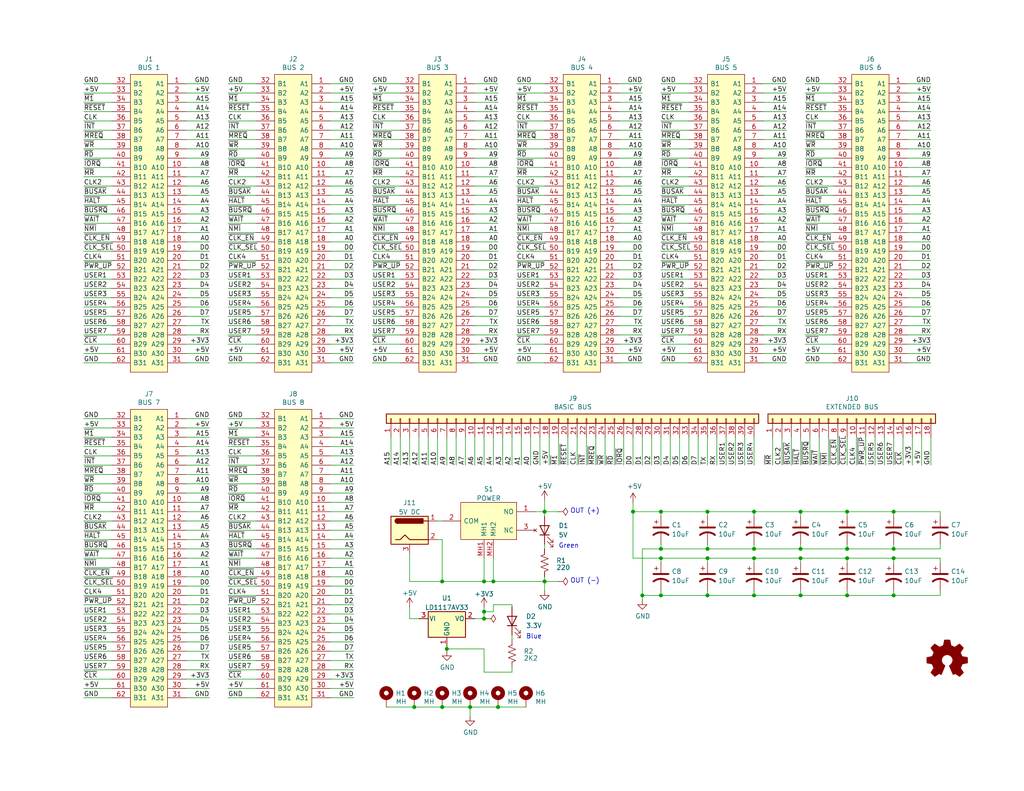
<source format=kicad_sch>
(kicad_sch (version 20211123) (generator eeschema)
  (paper "USLetter")
  (title_block (title "8-slot ISA-style backblane with breadboard connectivity") (date "2022-10-12") (rev "1.5") (company "Frederic Segard - aka: The Micro Hobbyist"))
  (junction (at 180.34 152.4))
  (junction (at 132.08 168.91))
  (junction (at 120.65 193.04))
  (junction (at 243.84 162.56))
  (junction (at 218.44 162.56))
  (junction (at 132.08 167.005))
  (junction (at 135.89 193.04))
  (junction (at 193.04 149.86))
  (junction (at 180.34 162.56))
  (junction (at 172.72 139.7))
  (junction (at 243.84 152.4))
  (junction (at 175.26 162.56))
  (junction (at 180.34 139.7))
  (junction (at 128.27 193.04))
  (junction (at 113.03 193.04))
  (junction (at 231.14 149.86))
  (junction (at 243.84 149.86))
  (junction (at 132.08 158.75))
  (junction (at 193.04 152.4))
  (junction (at 148.59 139.7))
  (junction (at 205.74 152.4))
  (junction (at 231.14 152.4))
  (junction (at 243.84 139.7))
  (junction (at 231.14 162.56))
  (junction (at 193.04 139.7))
  (junction (at 231.14 139.7))
  (junction (at 120.65 158.75))
  (junction (at 193.04 162.56))
  (junction (at 218.44 149.86))
  (junction (at 121.92 177.165))
  (junction (at 148.59 158.75))
  (junction (at 218.44 152.4))
  (junction (at 180.34 149.86))
  (junction (at 134.62 158.75))
  (junction (at 205.74 162.56))
  (junction (at 218.44 139.7))
  (junction (at 205.74 139.7))
  (junction (at 205.74 149.86))
  (wire (pts (xy 120.65 158.75) (xy 132.08 158.75)))
  (wire (pts (xy 137.16 119.38) (xy 137.16 127)))
  (wire (pts (xy 62.23 50.8) (xy 69.85 50.8)))
  (wire (pts (xy 22.86 22.86) (xy 30.48 22.86)))
  (wire (pts (xy 208.28 88.9) (xy 214.63 88.9)))
  (wire (pts (xy 228.6 119.38) (xy 228.6 127)))
  (wire (pts (xy 172.72 139.7) (xy 172.72 152.4)))
  (wire (pts (xy 129.54 27.94) (xy 135.89 27.94)))
  (wire (pts (xy 219.71 83.82) (xy 227.33 83.82)))
  (wire (pts (xy 62.23 33.02) (xy 69.85 33.02)))
  (wire (pts (xy 168.91 43.18) (xy 175.26 43.18)))
  (wire (pts (xy 140.97 40.64) (xy 148.59 40.64)))
  (wire (pts (xy 50.8 149.86) (xy 57.15 149.86)))
  (wire (pts (xy 205.74 139.7) (xy 193.04 139.7)))
  (wire (pts (xy 135.89 193.04) (xy 128.27 193.04)))
  (wire (pts (xy 101.6 93.98) (xy 109.22 93.98)))
  (wire (pts (xy 172.72 119.38) (xy 172.72 127)))
  (wire (pts (xy 22.86 129.54) (xy 30.48 129.54)))
  (wire (pts (xy 200.66 119.38) (xy 200.66 127)))
  (wire (pts (xy 247.65 25.4) (xy 254 25.4)))
  (wire (pts (xy 50.8 170.18) (xy 57.15 170.18)))
  (wire (pts (xy 50.8 88.9) (xy 57.15 88.9)))
  (wire (pts (xy 243.84 161.29) (xy 243.84 162.56)))
  (wire (pts (xy 119.38 142.24) (xy 120.65 142.24)))
  (wire (pts (xy 90.17 116.84) (xy 96.52 116.84)))
  (wire (pts (xy 219.71 73.66) (xy 227.33 73.66)))
  (wire (pts (xy 168.91 35.56) (xy 175.26 35.56)))
  (wire (pts (xy 132.08 152.4) (xy 132.08 158.75)))
  (wire (pts (xy 243.84 162.56) (xy 256.54 162.56)))
  (wire (pts (xy 129.54 83.82) (xy 135.89 83.82)))
  (wire (pts (xy 50.8 78.74) (xy 57.15 78.74)))
  (wire (pts (xy 256.54 161.29) (xy 256.54 162.56)))
  (wire (pts (xy 246.38 119.38) (xy 246.38 127)))
  (wire (pts (xy 140.97 38.1) (xy 148.59 38.1)))
  (wire (pts (xy 180.34 91.44) (xy 187.96 91.44)))
  (wire (pts (xy 254 93.98) (xy 247.65 93.98)))
  (wire (pts (xy 22.86 170.18) (xy 30.48 170.18)))
  (wire (pts (xy 193.04 152.4) (xy 180.34 152.4)))
  (wire (pts (xy 254 119.38) (xy 254 127)))
  (wire (pts (xy 168.91 81.28) (xy 175.26 81.28)))
  (wire (pts (xy 22.86 132.08) (xy 30.48 132.08)))
  (wire (pts (xy 198.12 119.38) (xy 198.12 127)))
  (wire (pts (xy 219.71 76.2) (xy 227.33 76.2)))
  (wire (pts (xy 129.54 96.52) (xy 135.89 96.52)))
  (wire (pts (xy 243.84 139.7) (xy 256.54 139.7)))
  (wire (pts (xy 90.17 25.4) (xy 96.52 25.4)))
  (wire (pts (xy 208.28 53.34) (xy 214.63 53.34)))
  (wire (pts (xy 205.74 161.29) (xy 205.74 162.56)))
  (wire (pts (xy 129.54 91.44) (xy 135.89 91.44)))
  (wire (pts (xy 144.78 119.38) (xy 144.78 127)))
  (wire (pts (xy 22.86 71.12) (xy 30.48 71.12)))
  (wire (pts (xy 127 119.38) (xy 127 127)))
  (wire (pts (xy 22.86 139.7) (xy 30.48 139.7)))
  (wire (pts (xy 90.17 170.18) (xy 96.52 170.18)))
  (wire (pts (xy 62.23 152.4) (xy 69.85 152.4)))
  (wire (pts (xy 208.28 68.58) (xy 214.63 68.58)))
  (wire (pts (xy 50.8 187.96) (xy 57.15 187.96)))
  (wire (pts (xy 50.8 38.1) (xy 57.15 38.1)))
  (wire (pts (xy 90.17 66.04) (xy 96.52 66.04)))
  (wire (pts (xy 101.6 35.56) (xy 109.22 35.56)))
  (wire (pts (xy 101.6 68.58) (xy 109.22 68.58)))
  (wire (pts (xy 90.17 190.5) (xy 96.52 190.5)))
  (wire (pts (xy 62.23 175.26) (xy 69.85 175.26)))
  (wire (pts (xy 90.17 48.26) (xy 96.52 48.26)))
  (wire (pts (xy 247.65 35.56) (xy 254 35.56)))
  (wire (pts (xy 180.34 60.96) (xy 187.96 60.96)))
  (wire (pts (xy 218.44 152.4) (xy 218.44 153.67)))
  (wire (pts (xy 129.54 76.2) (xy 135.89 76.2)))
  (wire (pts (xy 243.84 152.4) (xy 243.84 153.67)))
  (wire (pts (xy 231.14 149.86) (xy 243.84 149.86)))
  (wire (pts (xy 22.86 43.18) (xy 30.48 43.18)))
  (wire (pts (xy 62.23 60.96) (xy 69.85 60.96)))
  (wire (pts (xy 50.8 132.08) (xy 57.15 132.08)))
  (wire (pts (xy 180.34 148.59) (xy 180.34 149.86)))
  (wire (pts (xy 50.8 53.34) (xy 57.15 53.34)))
  (wire (pts (xy 129.54 55.88) (xy 135.89 55.88)))
  (wire (pts (xy 218.44 139.7) (xy 218.44 140.97)))
  (wire (pts (xy 168.91 50.8) (xy 175.26 50.8)))
  (wire (pts (xy 90.17 162.56) (xy 96.52 162.56)))
  (wire (pts (xy 50.8 124.46) (xy 57.15 124.46)))
  (wire (pts (xy 129.54 71.12) (xy 135.89 71.12)))
  (wire (pts (xy 247.65 22.86) (xy 254 22.86)))
  (wire (pts (xy 22.86 187.96) (xy 30.48 187.96)))
  (wire (pts (xy 90.17 180.34) (xy 96.52 180.34)))
  (wire (pts (xy 140.97 93.98) (xy 148.59 93.98)))
  (wire (pts (xy 208.28 48.26) (xy 214.63 48.26)))
  (wire (pts (xy 208.28 27.94) (xy 214.63 27.94)))
  (wire (pts (xy 101.6 60.96) (xy 109.22 60.96)))
  (wire (pts (xy 22.86 58.42) (xy 30.48 58.42)))
  (wire (pts (xy 139.7 165.1) (xy 139.7 165.735)))
  (wire (pts (xy 180.34 58.42) (xy 187.96 58.42)))
  (wire (pts (xy 22.86 66.04) (xy 30.48 66.04)))
  (wire (pts (xy 22.86 99.06) (xy 30.48 99.06)))
  (wire (pts (xy 195.58 119.38) (xy 195.58 127)))
  (wire (pts (xy 165.1 119.38) (xy 165.1 127)))
  (wire (pts (xy 223.52 119.38) (xy 223.52 127)))
  (wire (pts (xy 129.54 25.4) (xy 135.89 25.4)))
  (wire (pts (xy 134.62 152.4) (xy 134.62 158.75)))
  (wire (pts (xy 50.8 152.4) (xy 57.15 152.4)))
  (wire (pts (xy 22.86 45.72) (xy 30.48 45.72)))
  (wire (pts (xy 132.08 167.005) (xy 132.08 168.91)))
  (wire (pts (xy 168.91 30.48) (xy 175.26 30.48)))
  (wire (pts (xy 180.34 93.98) (xy 187.96 93.98)))
  (wire (pts (xy 50.8 116.84) (xy 57.15 116.84)))
  (wire (pts (xy 219.71 66.04) (xy 227.33 66.04)))
  (wire (pts (xy 180.34 25.4) (xy 187.96 25.4)))
  (wire (pts (xy 135.89 93.98) (xy 129.54 93.98)))
  (wire (pts (xy 168.91 40.64) (xy 175.26 40.64)))
  (wire (pts (xy 180.34 71.12) (xy 187.96 71.12)))
  (wire (pts (xy 62.23 78.74) (xy 69.85 78.74)))
  (wire (pts (xy 129.54 22.86) (xy 135.89 22.86)))
  (wire (pts (xy 119.38 119.38) (xy 119.38 127)))
  (wire (pts (xy 208.28 22.86) (xy 214.63 22.86)))
  (wire (pts (xy 22.86 157.48) (xy 30.48 157.48)))
  (wire (pts (xy 247.65 55.88) (xy 254 55.88)))
  (wire (pts (xy 50.8 137.16) (xy 57.15 137.16)))
  (wire (pts (xy 205.74 119.38) (xy 205.74 127)))
  (wire (pts (xy 62.23 149.86) (xy 69.85 149.86)))
  (wire (pts (xy 168.91 73.66) (xy 175.26 73.66)))
  (wire (pts (xy 90.17 124.46) (xy 96.52 124.46)))
  (wire (pts (xy 50.8 86.36) (xy 57.15 86.36)))
  (wire (pts (xy 146.05 139.7) (xy 148.59 139.7)))
  (wire (pts (xy 180.34 40.64) (xy 187.96 40.64)))
  (wire (pts (xy 208.28 40.64) (xy 214.63 40.64)))
  (wire (pts (xy 180.34 35.56) (xy 187.96 35.56)))
  (wire (pts (xy 62.23 154.94) (xy 69.85 154.94)))
  (wire (pts (xy 129.54 68.58) (xy 135.89 68.58)))
  (wire (pts (xy 50.8 76.2) (xy 57.15 76.2)))
  (wire (pts (xy 62.23 30.48) (xy 69.85 30.48)))
  (wire (pts (xy 22.86 182.88) (xy 30.48 182.88)))
  (wire (pts (xy 62.23 134.62) (xy 69.85 134.62)))
  (wire (pts (xy 140.97 86.36) (xy 148.59 86.36)))
  (wire (pts (xy 168.91 76.2) (xy 175.26 76.2)))
  (wire (pts (xy 22.86 27.94) (xy 30.48 27.94)))
  (wire (pts (xy 101.6 48.26) (xy 109.22 48.26)))
  (wire (pts (xy 219.71 78.74) (xy 227.33 78.74)))
  (wire (pts (xy 180.34 33.02) (xy 187.96 33.02)))
  (wire (pts (xy 62.23 139.7) (xy 69.85 139.7)))
  (wire (pts (xy 101.6 83.82) (xy 109.22 83.82)))
  (wire (pts (xy 180.34 43.18) (xy 187.96 43.18)))
  (wire (pts (xy 168.91 78.74) (xy 175.26 78.74)))
  (wire (pts (xy 90.17 175.26) (xy 96.52 175.26)))
  (wire (pts (xy 168.91 45.72) (xy 175.26 45.72)))
  (wire (pts (xy 62.23 127) (xy 69.85 127)))
  (wire (pts (xy 152.4 139.7) (xy 148.59 139.7)))
  (wire (pts (xy 231.14 139.7) (xy 218.44 139.7)))
  (wire (pts (xy 50.8 83.82) (xy 57.15 83.82)))
  (wire (pts (xy 101.6 38.1) (xy 109.22 38.1)))
  (wire (pts (xy 231.14 162.56) (xy 243.84 162.56)))
  (wire (pts (xy 231.14 152.4) (xy 218.44 152.4)))
  (wire (pts (xy 90.17 83.82) (xy 96.52 83.82)))
  (wire (pts (xy 193.04 139.7) (xy 193.04 140.97)))
  (wire (pts (xy 231.14 119.38) (xy 231.14 127)))
  (wire (pts (xy 129.54 58.42) (xy 135.89 58.42)))
  (wire (pts (xy 22.86 154.94) (xy 30.48 154.94)))
  (wire (pts (xy 205.74 152.4) (xy 205.74 153.67)))
  (wire (pts (xy 247.65 88.9) (xy 254 88.9)))
  (wire (pts (xy 50.8 182.88) (xy 57.15 182.88)))
  (wire (pts (xy 140.97 91.44) (xy 148.59 91.44)))
  (wire (pts (xy 219.71 35.56) (xy 227.33 35.56)))
  (wire (pts (xy 180.34 55.88) (xy 187.96 55.88)))
  (wire (pts (xy 208.28 76.2) (xy 214.63 76.2)))
  (wire (pts (xy 22.86 35.56) (xy 30.48 35.56)))
  (wire (pts (xy 22.86 142.24) (xy 30.48 142.24)))
  (wire (pts (xy 50.8 25.4) (xy 57.15 25.4)))
  (wire (pts (xy 22.86 91.44) (xy 30.48 91.44)))
  (wire (pts (xy 168.91 38.1) (xy 175.26 38.1)))
  (wire (pts (xy 208.28 86.36) (xy 214.63 86.36)))
  (wire (pts (xy 22.86 78.74) (xy 30.48 78.74)))
  (wire (pts (xy 90.17 38.1) (xy 96.52 38.1)))
  (wire (pts (xy 208.28 43.18) (xy 214.63 43.18)))
  (wire (pts (xy 129.54 35.56) (xy 135.89 35.56)))
  (wire (pts (xy 180.34 161.29) (xy 180.34 162.56)))
  (wire (pts (xy 180.34 162.56) (xy 193.04 162.56)))
  (wire (pts (xy 180.34 139.7) (xy 180.34 140.97)))
  (wire (pts (xy 219.71 27.94) (xy 227.33 27.94)))
  (wire (pts (xy 101.6 27.94) (xy 109.22 27.94)))
  (wire (pts (xy 90.17 50.8) (xy 96.52 50.8)))
  (wire (pts (xy 208.28 45.72) (xy 214.63 45.72)))
  (wire (pts (xy 180.34 88.9) (xy 187.96 88.9)))
  (wire (pts (xy 247.65 27.94) (xy 254 27.94)))
  (wire (pts (xy 62.23 167.64) (xy 69.85 167.64)))
  (wire (pts (xy 157.48 119.38) (xy 157.48 127)))
  (wire (pts (xy 231.14 152.4) (xy 231.14 153.67)))
  (wire (pts (xy 62.23 137.16) (xy 69.85 137.16)))
  (wire (pts (xy 219.71 53.34) (xy 227.33 53.34)))
  (wire (pts (xy 90.17 55.88) (xy 96.52 55.88)))
  (wire (pts (xy 50.8 144.78) (xy 57.15 144.78)))
  (wire (pts (xy 148.59 136.525) (xy 148.59 139.7)))
  (wire (pts (xy 22.86 73.66) (xy 30.48 73.66)))
  (wire (pts (xy 90.17 121.92) (xy 96.52 121.92)))
  (wire (pts (xy 101.6 43.18) (xy 109.22 43.18)))
  (wire (pts (xy 193.04 119.38) (xy 193.04 127)))
  (wire (pts (xy 50.8 180.34) (xy 57.15 180.34)))
  (wire (pts (xy 205.74 162.56) (xy 218.44 162.56)))
  (wire (pts (xy 247.65 38.1) (xy 254 38.1)))
  (wire (pts (xy 90.17 149.86) (xy 96.52 149.86)))
  (wire (pts (xy 50.8 175.26) (xy 57.15 175.26)))
  (wire (pts (xy 90.17 127) (xy 96.52 127)))
  (wire (pts (xy 247.65 40.64) (xy 254 40.64)))
  (wire (pts (xy 231.14 161.29) (xy 231.14 162.56)))
  (wire (pts (xy 129.54 63.5) (xy 135.89 63.5)))
  (wire (pts (xy 247.65 66.04) (xy 254 66.04)))
  (wire (pts (xy 128.27 193.04) (xy 128.27 195.58)))
  (wire (pts (xy 180.34 152.4) (xy 180.34 153.67)))
  (wire (pts (xy 180.34 53.34) (xy 187.96 53.34)))
  (wire (pts (xy 208.28 58.42) (xy 214.63 58.42)))
  (wire (pts (xy 106.68 119.38) (xy 106.68 127)))
  (wire (pts (xy 22.86 88.9) (xy 30.48 88.9)))
  (wire (pts (xy 101.6 25.4) (xy 109.22 25.4)))
  (wire (pts (xy 214.63 93.98) (xy 208.28 93.98)))
  (wire (pts (xy 50.8 73.66) (xy 57.15 73.66)))
  (wire (pts (xy 50.8 172.72) (xy 57.15 172.72)))
  (wire (pts (xy 180.34 76.2) (xy 187.96 76.2)))
  (wire (pts (xy 247.65 58.42) (xy 254 58.42)))
  (wire (pts (xy 140.97 45.72) (xy 148.59 45.72)))
  (wire (pts (xy 168.91 60.96) (xy 175.26 60.96)))
  (wire (pts (xy 101.6 40.64) (xy 109.22 40.64)))
  (wire (pts (xy 172.72 139.7) (xy 180.34 139.7)))
  (wire (pts (xy 62.23 172.72) (xy 69.85 172.72)))
  (wire (pts (xy 132.08 158.75) (xy 134.62 158.75)))
  (wire (pts (xy 139.7 119.38) (xy 139.7 127)))
  (wire (pts (xy 62.23 48.26) (xy 69.85 48.26)))
  (wire (pts (xy 22.86 124.46) (xy 30.48 124.46)))
  (wire (pts (xy 139.7 182.245) (xy 139.7 183.515)))
  (wire (pts (xy 219.71 22.86) (xy 227.33 22.86)))
  (wire (pts (xy 248.92 119.38) (xy 248.92 127)))
  (wire (pts (xy 90.17 139.7) (xy 96.52 139.7)))
  (wire (pts (xy 140.97 27.94) (xy 148.59 27.94)))
  (wire (pts (xy 50.8 142.24) (xy 57.15 142.24)))
  (wire (pts (xy 193.04 149.86) (xy 205.74 149.86)))
  (wire (pts (xy 90.17 58.42) (xy 96.52 58.42)))
  (wire (pts (xy 90.17 30.48) (xy 96.52 30.48)))
  (wire (pts (xy 175.26 149.86) (xy 180.34 149.86)))
  (wire (pts (xy 231.14 148.59) (xy 231.14 149.86)))
  (wire (pts (xy 154.94 119.38) (xy 154.94 127)))
  (wire (pts (xy 22.86 63.5) (xy 30.48 63.5)))
  (wire (pts (xy 50.8 114.3) (xy 57.15 114.3)))
  (wire (pts (xy 62.23 38.1) (xy 69.85 38.1)))
  (wire (pts (xy 256.54 152.4) (xy 256.54 153.67)))
  (wire (pts (xy 193.04 162.56) (xy 205.74 162.56)))
  (wire (pts (xy 90.17 134.62) (xy 96.52 134.62)))
  (wire (pts (xy 129.54 168.91) (xy 132.08 168.91)))
  (wire (pts (xy 101.6 76.2) (xy 109.22 76.2)))
  (wire (pts (xy 22.86 185.42) (xy 30.48 185.42)))
  (wire (pts (xy 90.17 76.2) (xy 96.52 76.2)))
  (wire (pts (xy 152.4 158.75) (xy 148.59 158.75)))
  (wire (pts (xy 90.17 43.18) (xy 96.52 43.18)))
  (wire (pts (xy 208.28 35.56) (xy 214.63 35.56)))
  (wire (pts (xy 62.23 162.56) (xy 69.85 162.56)))
  (wire (pts (xy 219.71 63.5) (xy 227.33 63.5)))
  (wire (pts (xy 149.86 119.38) (xy 149.86 127)))
  (wire (pts (xy 139.7 173.355) (xy 139.7 174.625)))
  (wire (pts (xy 168.91 33.02) (xy 175.26 33.02)))
  (wire (pts (xy 148.59 158.75) (xy 148.59 161.29)))
  (wire (pts (xy 193.04 148.59) (xy 193.04 149.86)))
  (wire (pts (xy 22.86 149.86) (xy 30.48 149.86)))
  (wire (pts (xy 90.17 27.94) (xy 96.52 27.94)))
  (wire (pts (xy 22.86 134.62) (xy 30.48 134.62)))
  (wire (pts (xy 90.17 40.64) (xy 96.52 40.64)))
  (wire (pts (xy 22.86 93.98) (xy 30.48 93.98)))
  (wire (pts (xy 105.41 193.04) (xy 113.03 193.04)))
  (wire (pts (xy 140.97 73.66) (xy 148.59 73.66)))
  (wire (pts (xy 22.86 40.64) (xy 30.48 40.64)))
  (wire (pts (xy 218.44 152.4) (xy 205.74 152.4)))
  (wire (pts (xy 170.18 119.38) (xy 170.18 127)))
  (wire (pts (xy 219.71 25.4) (xy 227.33 25.4)))
  (wire (pts (xy 219.71 50.8) (xy 227.33 50.8)))
  (wire (pts (xy 251.46 119.38) (xy 251.46 127)))
  (wire (pts (xy 168.91 63.5) (xy 175.26 63.5)))
  (wire (pts (xy 132.08 183.515) (xy 132.08 177.165)))
  (wire (pts (xy 121.92 176.53) (xy 121.92 177.165)))
  (wire (pts (xy 208.28 30.48) (xy 214.63 30.48)))
  (wire (pts (xy 140.97 60.96) (xy 148.59 60.96)))
  (wire (pts (xy 124.46 119.38) (xy 124.46 127)))
  (wire (pts (xy 142.24 119.38) (xy 142.24 127)))
  (wire (pts (xy 62.23 116.84) (xy 69.85 116.84)))
  (wire (pts (xy 247.65 50.8) (xy 254 50.8)))
  (wire (pts (xy 62.23 71.12) (xy 69.85 71.12)))
  (wire (pts (xy 219.71 40.64) (xy 227.33 40.64)))
  (wire (pts (xy 247.65 68.58) (xy 254 68.58)))
  (wire (pts (xy 22.86 30.48) (xy 30.48 30.48)))
  (wire (pts (xy 175.26 119.38) (xy 175.26 127)))
  (wire (pts (xy 247.65 76.2) (xy 254 76.2)))
  (wire (pts (xy 62.23 68.58) (xy 69.85 68.58)))
  (wire (pts (xy 62.23 129.54) (xy 69.85 129.54)))
  (wire (pts (xy 90.17 144.78) (xy 96.52 144.78)))
  (wire (pts (xy 22.86 116.84) (xy 30.48 116.84)))
  (wire (pts (xy 101.6 73.66) (xy 109.22 73.66)))
  (wire (pts (xy 132.08 119.38) (xy 132.08 127)))
  (wire (pts (xy 62.23 35.56) (xy 69.85 35.56)))
  (wire (pts (xy 90.17 129.54) (xy 96.52 129.54)))
  (wire (pts (xy 218.44 139.7) (xy 205.74 139.7)))
  (wire (pts (xy 50.8 30.48) (xy 57.15 30.48)))
  (wire (pts (xy 129.54 81.28) (xy 135.89 81.28)))
  (wire (pts (xy 96.52 93.98) (xy 90.17 93.98)))
  (wire (pts (xy 22.86 76.2) (xy 30.48 76.2)))
  (wire (pts (xy 129.54 53.34) (xy 135.89 53.34)))
  (wire (pts (xy 62.23 124.46) (xy 69.85 124.46)))
  (wire (pts (xy 90.17 45.72) (xy 96.52 45.72)))
  (wire (pts (xy 62.23 96.52) (xy 69.85 96.52)))
  (wire (pts (xy 247.65 81.28) (xy 254 81.28)))
  (wire (pts (xy 22.86 162.56) (xy 30.48 162.56)))
  (wire (pts (xy 111.76 151.13) (xy 111.76 158.75)))
  (wire (pts (xy 175.26 162.56) (xy 180.34 162.56)))
  (wire (pts (xy 90.17 177.8) (xy 96.52 177.8)))
  (wire (pts (xy 180.34 119.38) (xy 180.34 127)))
  (wire (pts (xy 114.3 168.91) (xy 111.76 168.91)))
  (wire (pts (xy 50.8 177.8) (xy 57.15 177.8)))
  (wire (pts (xy 231.14 162.56) (xy 218.44 162.56)))
  (wire (pts (xy 172.72 152.4) (xy 180.34 152.4)))
  (wire (pts (xy 62.23 58.42) (xy 69.85 58.42)))
  (wire (pts (xy 62.23 22.86) (xy 69.85 22.86)))
  (wire (pts (xy 90.17 147.32) (xy 96.52 147.32)))
  (wire (pts (xy 233.68 119.38) (xy 233.68 127)))
  (wire (pts (xy 50.8 119.38) (xy 57.15 119.38)))
  (wire (pts (xy 190.5 119.38) (xy 190.5 127)))
  (wire (pts (xy 62.23 114.3) (xy 69.85 114.3)))
  (wire (pts (xy 241.3 119.38) (xy 241.3 127)))
  (wire (pts (xy 175.26 162.56) (xy 175.26 149.86)))
  (wire (pts (xy 219.71 58.42) (xy 227.33 58.42)))
  (wire (pts (xy 140.97 96.52) (xy 148.59 96.52)))
  (wire (pts (xy 50.8 48.26) (xy 57.15 48.26)))
  (wire (pts (xy 120.65 193.04) (xy 128.27 193.04)))
  (wire (pts (xy 101.6 96.52) (xy 109.22 96.52)))
  (wire (pts (xy 90.17 60.96) (xy 96.52 60.96)))
  (wire (pts (xy 243.84 148.59) (xy 243.84 149.86)))
  (wire (pts (xy 226.06 119.38) (xy 226.06 127)))
  (wire (pts (xy 180.34 78.74) (xy 187.96 78.74)))
  (wire (pts (xy 180.34 48.26) (xy 187.96 48.26)))
  (wire (pts (xy 208.28 73.66) (xy 214.63 73.66)))
  (wire (pts (xy 129.54 73.66) (xy 135.89 73.66)))
  (wire (pts (xy 111.76 119.38) (xy 111.76 127)))
  (wire (pts (xy 243.84 119.38) (xy 243.84 127)))
  (wire (pts (xy 148.59 148.59) (xy 148.59 149.86)))
  (wire (pts (xy 134.62 167.005) (xy 132.08 167.005)))
  (wire (pts (xy 62.23 40.64) (xy 69.85 40.64)))
  (wire (pts (xy 219.71 43.18) (xy 227.33 43.18)))
  (wire (pts (xy 168.91 86.36) (xy 175.26 86.36)))
  (wire (pts (xy 213.36 119.38) (xy 213.36 127)))
  (wire (pts (xy 247.65 33.02) (xy 254 33.02)))
  (wire (pts (xy 22.86 137.16) (xy 30.48 137.16)))
  (wire (pts (xy 129.54 60.96) (xy 135.89 60.96)))
  (wire (pts (xy 219.71 71.12) (xy 227.33 71.12)))
  (wire (pts (xy 208.28 33.02) (xy 214.63 33.02)))
  (wire (pts (xy 50.8 58.42) (xy 57.15 58.42)))
  (wire (pts (xy 218.44 148.59) (xy 218.44 149.86)))
  (wire (pts (xy 90.17 137.16) (xy 96.52 137.16)))
  (wire (pts (xy 135.89 193.04) (xy 143.51 193.04)))
  (wire (pts (xy 210.82 119.38) (xy 210.82 127)))
  (wire (pts (xy 208.28 38.1) (xy 214.63 38.1)))
  (wire (pts (xy 140.97 22.86) (xy 148.59 22.86)))
  (wire (pts (xy 247.65 43.18) (xy 254 43.18)))
  (wire (pts (xy 140.97 25.4) (xy 148.59 25.4)))
  (wire (pts (xy 90.17 73.66) (xy 96.52 73.66)))
  (wire (pts (xy 50.8 127) (xy 57.15 127)))
  (wire (pts (xy 90.17 86.36) (xy 96.52 86.36)))
  (wire (pts (xy 172.72 137.16) (xy 172.72 139.7)))
  (wire (pts (xy 243.84 149.86) (xy 256.54 149.86)))
  (wire (pts (xy 90.17 88.9) (xy 96.52 88.9)))
  (wire (pts (xy 147.32 119.38) (xy 147.32 127)))
  (wire (pts (xy 22.86 81.28) (xy 30.48 81.28)))
  (wire (pts (xy 185.42 119.38) (xy 185.42 127)))
  (wire (pts (xy 140.97 63.5) (xy 148.59 63.5)))
  (wire (pts (xy 62.23 99.06) (xy 69.85 99.06)))
  (wire (pts (xy 22.86 152.4) (xy 30.48 152.4)))
  (wire (pts (xy 50.8 35.56) (xy 57.15 35.56)))
  (wire (pts (xy 62.23 170.18) (xy 69.85 170.18)))
  (wire (pts (xy 101.6 33.02) (xy 109.22 33.02)))
  (wire (pts (xy 101.6 86.36) (xy 109.22 86.36)))
  (wire (pts (xy 50.8 71.12) (xy 57.15 71.12)))
  (wire (pts (xy 218.44 119.38) (xy 218.44 127)))
  (wire (pts (xy 208.28 50.8) (xy 214.63 50.8)))
  (wire (pts (xy 129.54 86.36) (xy 135.89 86.36)))
  (wire (pts (xy 180.34 30.48) (xy 187.96 30.48)))
  (wire (pts (xy 90.17 142.24) (xy 96.52 142.24)))
  (wire (pts (xy 22.86 147.32) (xy 30.48 147.32)))
  (wire (pts (xy 50.8 162.56) (xy 57.15 162.56)))
  (wire (pts (xy 180.34 22.86) (xy 187.96 22.86)))
  (wire (pts (xy 62.23 88.9) (xy 69.85 88.9)))
  (wire (pts (xy 101.6 71.12) (xy 109.22 71.12)))
  (wire (pts (xy 50.8 43.18) (xy 57.15 43.18)))
  (wire (pts (xy 208.28 81.28) (xy 214.63 81.28)))
  (wire (pts (xy 129.54 99.06) (xy 135.89 99.06)))
  (wire (pts (xy 101.6 22.86) (xy 109.22 22.86)))
  (wire (pts (xy 140.97 83.82) (xy 148.59 83.82)))
  (wire (pts (xy 193.04 139.7) (xy 180.34 139.7)))
  (wire (pts (xy 180.34 73.66) (xy 187.96 73.66)))
  (wire (pts (xy 50.8 96.52) (xy 57.15 96.52)))
  (wire (pts (xy 208.28 63.5) (xy 214.63 63.5)))
  (wire (pts (xy 50.8 68.58) (xy 57.15 68.58)))
  (wire (pts (xy 50.8 22.86) (xy 57.15 22.86)))
  (wire (pts (xy 205.74 152.4) (xy 193.04 152.4)))
  (wire (pts (xy 167.64 119.38) (xy 167.64 127)))
  (wire (pts (xy 247.65 30.48) (xy 254 30.48)))
  (wire (pts (xy 134.62 119.38) (xy 134.62 127)))
  (wire (pts (xy 140.97 50.8) (xy 148.59 50.8)))
  (wire (pts (xy 219.71 55.88) (xy 227.33 55.88)))
  (wire (pts (xy 62.23 93.98) (xy 69.85 93.98)))
  (wire (pts (xy 50.8 165.1) (xy 57.15 165.1)))
  (wire (pts (xy 121.92 119.38) (xy 121.92 127)))
  (wire (pts (xy 175.26 162.56) (xy 175.26 163.83)))
  (wire (pts (xy 62.23 144.78) (xy 69.85 144.78)))
  (wire (pts (xy 62.23 185.42) (xy 69.85 185.42)))
  (wire (pts (xy 168.91 58.42) (xy 175.26 58.42)))
  (wire (pts (xy 168.91 91.44) (xy 175.26 91.44)))
  (wire (pts (xy 180.34 83.82) (xy 187.96 83.82)))
  (wire (pts (xy 101.6 58.42) (xy 109.22 58.42)))
  (wire (pts (xy 50.8 167.64) (xy 57.15 167.64)))
  (wire (pts (xy 50.8 55.88) (xy 57.15 55.88)))
  (wire (pts (xy 62.23 27.94) (xy 69.85 27.94)))
  (wire (pts (xy 180.34 99.06) (xy 187.96 99.06)))
  (wire (pts (xy 50.8 33.02) (xy 57.15 33.02)))
  (wire (pts (xy 22.86 33.02) (xy 30.48 33.02)))
  (wire (pts (xy 101.6 66.04) (xy 109.22 66.04)))
  (wire (pts (xy 90.17 63.5) (xy 96.52 63.5)))
  (wire (pts (xy 57.15 93.98) (xy 50.8 93.98)))
  (wire (pts (xy 168.91 83.82) (xy 175.26 83.82)))
  (wire (pts (xy 62.23 121.92) (xy 69.85 121.92)))
  (wire (pts (xy 180.34 45.72) (xy 187.96 45.72)))
  (wire (pts (xy 90.17 91.44) (xy 96.52 91.44)))
  (wire (pts (xy 238.76 119.38) (xy 238.76 127)))
  (wire (pts (xy 168.91 53.34) (xy 175.26 53.34)))
  (wire (pts (xy 22.86 68.58) (xy 30.48 68.58)))
  (wire (pts (xy 22.86 60.96) (xy 30.48 60.96)))
  (wire (pts (xy 22.86 144.78) (xy 30.48 144.78)))
  (wire (pts (xy 22.86 96.52) (xy 30.48 96.52)))
  (wire (pts (xy 50.8 157.48) (xy 57.15 157.48)))
  (wire (pts (xy 205.74 139.7) (xy 205.74 140.97)))
  (wire (pts (xy 90.17 152.4) (xy 96.52 152.4)))
  (wire (pts (xy 247.65 60.96) (xy 254 60.96)))
  (wire (pts (xy 140.97 66.04) (xy 148.59 66.04)))
  (wire (pts (xy 247.65 53.34) (xy 254 53.34)))
  (wire (pts (xy 203.2 119.38) (xy 203.2 127)))
  (wire (pts (xy 62.23 63.5) (xy 69.85 63.5)))
  (wire (pts (xy 90.17 154.94) (xy 96.52 154.94)))
  (wire (pts (xy 219.71 88.9) (xy 227.33 88.9)))
  (wire (pts (xy 116.84 119.38) (xy 116.84 127)))
  (wire (pts (xy 168.91 48.26) (xy 175.26 48.26)))
  (wire (pts (xy 129.54 43.18) (xy 135.89 43.18)))
  (wire (pts (xy 140.97 81.28) (xy 148.59 81.28)))
  (wire (pts (xy 22.86 119.38) (xy 30.48 119.38)))
  (wire (pts (xy 62.23 91.44) (xy 69.85 91.44)))
  (wire (pts (xy 22.86 121.92) (xy 30.48 121.92)))
  (wire (pts (xy 96.52 185.42) (xy 90.17 185.42)))
  (wire (pts (xy 90.17 160.02) (xy 96.52 160.02)))
  (wire (pts (xy 50.8 147.32) (xy 57.15 147.32)))
  (wire (pts (xy 247.65 83.82) (xy 254 83.82)))
  (wire (pts (xy 119.38 147.32) (xy 120.65 147.32)))
  (wire (pts (xy 219.71 96.52) (xy 227.33 96.52)))
  (wire (pts (xy 140.97 33.02) (xy 148.59 33.02)))
  (wire (pts (xy 101.6 88.9) (xy 109.22 88.9)))
  (wire (pts (xy 90.17 99.06) (xy 96.52 99.06)))
  (wire (pts (xy 148.59 139.7) (xy 148.59 140.97)))
  (wire (pts (xy 129.54 50.8) (xy 135.89 50.8)))
  (wire (pts (xy 208.28 78.74) (xy 214.63 78.74)))
  (wire (pts (xy 114.3 119.38) (xy 114.3 127)))
  (wire (pts (xy 180.34 50.8) (xy 187.96 50.8)))
  (wire (pts (xy 247.65 99.06) (xy 254 99.06)))
  (wire (pts (xy 101.6 55.88) (xy 109.22 55.88)))
  (wire (pts (xy 219.71 99.06) (xy 227.33 99.06)))
  (wire (pts (xy 22.86 167.64) (xy 30.48 167.64)))
  (wire (pts (xy 50.8 129.54) (xy 57.15 129.54)))
  (wire (pts (xy 140.97 35.56) (xy 148.59 35.56)))
  (wire (pts (xy 22.86 127) (xy 30.48 127)))
  (wire (pts (xy 247.65 73.66) (xy 254 73.66)))
  (wire (pts (xy 101.6 91.44) (xy 109.22 91.44)))
  (wire (pts (xy 208.28 83.82) (xy 214.63 83.82)))
  (wire (pts (xy 22.86 190.5) (xy 30.48 190.5)))
  (wire (pts (xy 247.65 45.72) (xy 254 45.72)))
  (wire (pts (xy 180.34 38.1) (xy 187.96 38.1)))
  (wire (pts (xy 219.71 60.96) (xy 227.33 60.96)))
  (wire (pts (xy 62.23 132.08) (xy 69.85 132.08)))
  (wire (pts (xy 219.71 91.44) (xy 227.33 91.44)))
  (wire (pts (xy 90.17 114.3) (xy 96.52 114.3)))
  (wire (pts (xy 62.23 190.5) (xy 69.85 190.5)))
  (wire (pts (xy 219.71 68.58) (xy 227.33 68.58)))
  (wire (pts (xy 129.54 30.48) (xy 135.89 30.48)))
  (wire (pts (xy 247.65 86.36) (xy 254 86.36)))
  (wire (pts (xy 160.02 119.38) (xy 160.02 127)))
  (wire (pts (xy 219.71 86.36) (xy 227.33 86.36)))
  (wire (pts (xy 62.23 147.32) (xy 69.85 147.32)))
  (wire (pts (xy 62.23 165.1) (xy 69.85 165.1)))
  (wire (pts (xy 111.76 165.735) (xy 111.76 168.91)))
  (wire (pts (xy 208.28 66.04) (xy 214.63 66.04)))
  (wire (pts (xy 90.17 172.72) (xy 96.52 172.72)))
  (wire (pts (xy 90.17 182.88) (xy 96.52 182.88)))
  (wire (pts (xy 90.17 81.28) (xy 96.52 81.28)))
  (wire (pts (xy 22.86 177.8) (xy 30.48 177.8)))
  (wire (pts (xy 90.17 157.48) (xy 96.52 157.48)))
  (wire (pts (xy 168.91 22.86) (xy 175.26 22.86)))
  (wire (pts (xy 62.23 73.66) (xy 69.85 73.66)))
  (wire (pts (xy 175.26 93.98) (xy 168.91 93.98)))
  (wire (pts (xy 140.97 55.88) (xy 148.59 55.88)))
  (wire (pts (xy 208.28 96.52) (xy 214.63 96.52)))
  (wire (pts (xy 220.98 119.38) (xy 220.98 127)))
  (wire (pts (xy 90.17 167.64) (xy 96.52 167.64)))
  (wire (pts (xy 62.23 180.34) (xy 69.85 180.34)))
  (wire (pts (xy 90.17 53.34) (xy 96.52 53.34)))
  (wire (pts (xy 129.54 119.38) (xy 129.54 127)))
  (wire (pts (xy 129.54 88.9) (xy 135.89 88.9)))
  (wire (pts (xy 168.91 88.9) (xy 175.26 88.9)))
  (wire (pts (xy 62.23 45.72) (xy 69.85 45.72)))
  (wire (pts (xy 120.65 147.32) (xy 120.65 158.75)))
  (wire (pts (xy 140.97 78.74) (xy 148.59 78.74)))
  (wire (pts (xy 168.91 68.58) (xy 175.26 68.58)))
  (wire (pts (xy 22.86 180.34) (xy 30.48 180.34)))
  (wire (pts (xy 132.08 177.165) (xy 121.92 177.165)))
  (wire (pts (xy 62.23 187.96) (xy 69.85 187.96)))
  (wire (pts (xy 168.91 25.4) (xy 175.26 25.4)))
  (wire (pts (xy 90.17 187.96) (xy 96.52 187.96)))
  (wire (pts (xy 62.23 55.88) (xy 69.85 55.88)))
  (wire (pts (xy 134.62 165.1) (xy 134.62 167.005)))
  (wire (pts (xy 129.54 40.64) (xy 135.89 40.64)))
  (wire (pts (xy 101.6 81.28) (xy 109.22 81.28)))
  (wire (pts (xy 101.6 53.34) (xy 109.22 53.34)))
  (wire (pts (xy 62.23 177.8) (xy 69.85 177.8)))
  (wire (pts (xy 139.7 165.1) (xy 134.62 165.1)))
  (wire (pts (xy 90.17 22.86) (xy 96.52 22.86)))
  (wire (pts (xy 140.97 99.06) (xy 148.59 99.06)))
  (wire (pts (xy 256.54 139.7) (xy 256.54 140.97)))
  (wire (pts (xy 22.86 165.1) (xy 30.48 165.1)))
  (wire (pts (xy 208.28 60.96) (xy 214.63 60.96)))
  (wire (pts (xy 101.6 30.48) (xy 109.22 30.48)))
  (wire (pts (xy 247.65 91.44) (xy 254 91.44)))
  (wire (pts (xy 140.97 30.48) (xy 148.59 30.48)))
  (wire (pts (xy 121.92 177.165) (xy 121.92 177.8)))
  (wire (pts (xy 50.8 121.92) (xy 57.15 121.92)))
  (wire (pts (xy 57.15 185.42) (xy 50.8 185.42)))
  (wire (pts (xy 177.8 119.38) (xy 177.8 127)))
  (wire (pts (xy 247.65 96.52) (xy 254 96.52)))
  (wire (pts (xy 101.6 99.06) (xy 109.22 99.06)))
  (wire (pts (xy 187.96 119.38) (xy 187.96 127)))
  (wire (pts (xy 50.8 99.06) (xy 57.15 99.06)))
  (wire (pts (xy 62.23 83.82) (xy 69.85 83.82)))
  (wire (pts (xy 247.65 48.26) (xy 254 48.26)))
  (wire (pts (xy 208.28 71.12) (xy 214.63 71.12)))
  (wire (pts (xy 129.54 33.02) (xy 135.89 33.02)))
  (wire (pts (xy 148.59 157.48) (xy 148.59 158.75)))
  (wire (pts (xy 168.91 66.04) (xy 175.26 66.04)))
  (wire (pts (xy 140.97 43.18) (xy 148.59 43.18)))
  (wire (pts (xy 180.34 63.5) (xy 187.96 63.5)))
  (wire (pts (xy 62.23 25.4) (xy 69.85 25.4)))
  (wire (pts (xy 90.17 71.12) (xy 96.52 71.12)))
  (wire (pts (xy 180.34 27.94) (xy 187.96 27.94)))
  (wire (pts (xy 168.91 96.52) (xy 175.26 96.52)))
  (wire (pts (xy 22.86 48.26) (xy 30.48 48.26)))
  (wire (pts (xy 62.23 182.88) (xy 69.85 182.88)))
  (wire (pts (xy 231.14 149.86) (xy 218.44 149.86)))
  (wire (pts (xy 22.86 50.8) (xy 30.48 50.8)))
  (wire (pts (xy 140.97 68.58) (xy 148.59 68.58)))
  (wire (pts (xy 62.23 157.48) (xy 69.85 157.48)))
  (wire (pts (xy 50.8 45.72) (xy 57.15 45.72)))
  (wire (pts (xy 90.17 119.38) (xy 96.52 119.38)))
  (wire (pts (xy 231.14 139.7) (xy 231.14 140.97)))
  (wire (pts (xy 50.8 66.04) (xy 57.15 66.04)))
  (wire (pts (xy 50.8 154.94) (xy 57.15 154.94)))
  (wire (pts (xy 180.34 149.86) (xy 193.04 149.86)))
  (wire (pts (xy 22.86 53.34) (xy 30.48 53.34)))
  (wire (pts (xy 22.86 86.36) (xy 30.48 86.36)))
  (wire (pts (xy 50.8 139.7) (xy 57.15 139.7)))
  (wire (pts (xy 180.34 86.36) (xy 187.96 86.36)))
  (wire (pts (xy 101.6 50.8) (xy 109.22 50.8)))
  (wire (pts (xy 168.91 99.06) (xy 175.26 99.06)))
  (wire (pts (xy 180.34 96.52) (xy 187.96 96.52)))
  (wire (pts (xy 152.4 119.38) (xy 152.4 127)))
  (wire (pts (xy 129.54 48.26) (xy 135.89 48.26)))
  (wire (pts (xy 90.17 33.02) (xy 96.52 33.02)))
  (wire (pts (xy 219.71 30.48) (xy 227.33 30.48)))
  (wire (pts (xy 140.97 88.9) (xy 148.59 88.9)))
  (wire (pts (xy 22.86 25.4) (xy 30.48 25.4)))
  (wire (pts (xy 129.54 45.72) (xy 135.89 45.72)))
  (wire (pts (xy 256.54 152.4) (xy 243.84 152.4)))
  (wire (pts (xy 90.17 68.58) (xy 96.52 68.58)))
  (wire (pts (xy 208.28 55.88) (xy 214.63 55.88)))
  (wire (pts (xy 132.715 168.91) (xy 132.08 168.91)))
  (wire (pts (xy 129.54 66.04) (xy 135.89 66.04)))
  (wire (pts (xy 180.34 81.28) (xy 187.96 81.28)))
  (wire (pts (xy 62.23 43.18) (xy 69.85 43.18)))
  (wire (pts (xy 90.17 165.1) (xy 96.52 165.1)))
  (wire (pts (xy 22.86 172.72) (xy 30.48 172.72)))
  (wire (pts (xy 180.34 66.04) (xy 187.96 66.04)))
  (wire (pts (xy 90.17 35.56) (xy 96.52 35.56)))
  (wire (pts (xy 140.97 48.26) (xy 148.59 48.26)))
  (wire (pts (xy 22.86 55.88) (xy 30.48 55.88)))
  (wire (pts (xy 168.91 55.88) (xy 175.26 55.88)))
  (wire (pts (xy 50.8 134.62) (xy 57.15 134.62)))
  (wire (pts (xy 140.97 71.12) (xy 148.59 71.12)))
  (wire (pts (xy 50.8 91.44) (xy 57.15 91.44)))
  (wire (pts (xy 219.71 38.1) (xy 227.33 38.1)))
  (wire (pts (xy 50.8 190.5) (xy 57.15 190.5)))
  (wire (pts (xy 162.56 119.38) (xy 162.56 127)))
  (wire (pts (xy 132.08 165.735) (xy 132.08 167.005)))
  (wire (pts (xy 62.23 66.04) (xy 69.85 66.04)))
  (wire (pts (xy 218.44 161.29) (xy 218.44 162.56)))
  (wire (pts (xy 247.65 63.5) (xy 254 63.5)))
  (wire (pts (xy 101.6 78.74) (xy 109.22 78.74)))
  (wire (pts (xy 101.6 45.72) (xy 109.22 45.72)))
  (wire (pts (xy 247.65 71.12) (xy 254 71.12)))
  (wire (pts (xy 22.86 83.82) (xy 30.48 83.82)))
  (wire (pts (xy 90.17 96.52) (xy 96.52 96.52)))
  (wire (pts (xy 22.86 175.26) (xy 30.48 175.26)))
  (wire (pts (xy 134.62 158.75) (xy 148.59 158.75)))
  (wire (pts (xy 50.8 40.64) (xy 57.15 40.64)))
  (wire (pts (xy 90.17 132.08) (xy 96.52 132.08)))
  (wire (pts (xy 90.17 78.74) (xy 96.52 78.74)))
  (wire (pts (xy 205.74 149.86) (xy 218.44 149.86)))
  (wire (pts (xy 50.8 81.28) (xy 57.15 81.28)))
  (wire (pts (xy 205.74 148.59) (xy 205.74 149.86)))
  (wire (pts (xy 168.91 71.12) (xy 175.26 71.12)))
  (wire (pts (xy 140.97 58.42) (xy 148.59 58.42)))
  (wire (pts (xy 62.23 142.24) (xy 69.85 142.24)))
  (wire (pts (xy 140.97 53.34) (xy 148.59 53.34)))
  (wire (pts (xy 22.86 114.3) (xy 30.48 114.3)))
  (wire (pts (xy 109.22 119.38) (xy 109.22 127)))
  (wire (pts (xy 193.04 152.4) (xy 193.04 153.67)))
  (wire (pts (xy 219.71 33.02) (xy 227.33 33.02)))
  (wire (pts (xy 62.23 76.2) (xy 69.85 76.2)))
  (wire (pts (xy 180.34 68.58) (xy 187.96 68.58)))
  (wire (pts (xy 219.71 48.26) (xy 227.33 48.26)))
  (wire (pts (xy 129.54 38.1) (xy 135.89 38.1)))
  (wire (pts (xy 219.71 93.98) (xy 227.33 93.98)))
  (wire (pts (xy 219.71 45.72) (xy 227.33 45.72)))
  (wire (pts (xy 62.23 81.28) (xy 69.85 81.28)))
  (wire (pts (xy 50.8 27.94) (xy 57.15 27.94)))
  (wire (pts (xy 50.8 60.96) (xy 57.15 60.96)))
  (wire (pts (xy 120.65 193.04) (xy 113.03 193.04)))
  (wire (pts (xy 208.28 25.4) (xy 214.63 25.4)))
  (wire (pts (xy 215.9 119.38) (xy 215.9 127)))
  (wire (pts (xy 50.8 50.8) (xy 57.15 50.8)))
  (wire (pts (xy 129.54 78.74) (xy 135.89 78.74)))
  (wire (pts (xy 62.23 119.38) (xy 69.85 119.38)))
  (wire (pts (xy 208.28 91.44) (xy 214.63 91.44)))
  (wire (pts (xy 231.14 139.7) (xy 243.84 139.7)))
  (wire (pts (xy 219.71 81.28) (xy 227.33 81.28)))
  (wire (pts (xy 247.65 78.74) (xy 254 78.74)))
  (wire (pts (xy 50.8 160.02) (xy 57.15 160.02)))
  (wire (pts (xy 50.8 63.5) (xy 57.15 63.5)))
  (wire (pts (xy 193.04 161.29) (xy 193.04 162.56)))
  (wire (pts (xy 243.84 152.4) (xy 231.14 152.4)))
  (wire (pts (xy 168.91 27.94) (xy 175.26 27.94)))
  (wire (pts (xy 243.84 139.7) (xy 243.84 140.97)))
  (wire (pts (xy 111.76 158.75) (xy 120.65 158.75)))
  (wire (pts (xy 256.54 148.59) (xy 256.54 149.86)))
  (wire (pts (xy 22.86 160.02) (xy 30.48 160.02)))
  (wire (pts (xy 236.22 119.38) (xy 236.22 127)))
  (wire (pts (xy 62.23 160.02) (xy 69.85 160.02)))
  (wire (pts (xy 101.6 63.5) (xy 109.22 63.5)))
  (wire (pts (xy 139.7 183.515) (xy 132.08 183.515)))
  (wire (pts (xy 22.86 38.1) (xy 30.48 38.1)))
  (wire (pts (xy 208.28 99.06) (xy 214.63 99.06)))
  (wire (pts (xy 182.88 119.38) (xy 182.88 127)))
  (wire (pts (xy 140.97 76.2) (xy 148.59 76.2)))
  (wire (pts (xy 62.23 53.34) (xy 69.85 53.34)))
  (wire (pts (xy 62.23 86.36) (xy 69.85 86.36)))
  (text "OUT (+)" (at 155.575 140.335 0) (effects (font (size 1.27 1.27)) (justify left bottom)))
  (text "Blue" (at 143.51 174.625 0) (effects (font (size 1.27 1.27)) (justify left bottom)))
  (text "Green" (at 152.4 149.86 0) (effects (font (size 1.27 1.27)) (justify left bottom)))
  (text "OUT (-)" (at 155.575 159.385 0) (effects (font (size 1.27 1.27)) (justify left bottom)))
  (label "~{BUSRQ}" (at 140.97 58.42 0))
  (label "A6" (at 57.15 142.24 180))
  (label "D3" (at 254 76.2 180))
  (label "USER4" (at 140.97 83.82 0))
  (label "CLK2" (at 62.23 142.24 0))
  (label "A11" (at 57.15 38.1 180))
  (label "D0" (at 96.52 68.58 180))
  (label "RX" (at 195.58 127 90))
  (label "A6" (at 129.54 127 90))
  (label "~{RESET}" (at 22.86 121.92 0))
  (label "USER1" (at 140.97 76.2 0))
  (label "~{CLK}" (at 62.23 185.42 0))
  (label "A11" (at 175.26 38.1 180))
  (label "D2" (at 96.52 165.1 180))
  (label "USER7" (at 22.86 182.88 0))
  (label "A14" (at 135.89 30.48 180))
  (label "A10" (at 96.52 132.08 180))
  (label "~{WAIT}" (at 101.6 60.96 0))
  (label "D6" (at 96.52 83.82 180))
  (label "A10" (at 214.63 40.64 180))
  (label "GND" (at 101.6 22.86 0))
  (label "D7" (at 57.15 177.8 180))
  (label "~{CLK_EN}" (at 219.71 66.04 0))
  (label "~{PWR_UP}" (at 140.97 73.66 0))
  (label "~{WR}" (at 62.23 132.08 0))
  (label "USER6" (at 140.97 88.9 0))
  (label "A2" (at 57.15 152.4 180))
  (label "A15" (at 96.52 119.38 180))
  (label "~{CLK}" (at 62.23 93.98 0))
  (label "A13" (at 111.76 127 90))
  (label "A2" (at 254 60.96 180))
  (label "A11" (at 254 38.1 180))
  (label "+5V" (at 57.15 116.84 180))
  (label "CLK" (at 22.86 124.46 0))
  (label "D4" (at 96.52 170.18 180))
  (label "A7" (at 57.15 48.26 180))
  (label "D2" (at 177.8 127 90))
  (label "GND" (at 135.89 99.06 180))
  (label "+5V" (at 251.46 127 90))
  (label "D0" (at 175.26 68.58 180))
  (label "A12" (at 57.15 127 180))
  (label "~{MREQ}" (at 62.23 129.54 0))
  (label "~{WR}" (at 22.86 40.64 0))
  (label "~{HALT}" (at 180.34 55.88 0))
  (label "A4" (at 96.52 55.88 180))
  (label "D7" (at 214.63 86.36 180))
  (label "USER1" (at 22.86 76.2 0))
  (label "GND" (at 96.52 190.5 180))
  (label "+5V" (at 57.15 96.52 180))
  (label "~{WR}" (at 180.34 40.64 0))
  (label "D6" (at 214.63 83.82 180))
  (label "GND" (at 62.23 190.5 0))
  (label "A11" (at 214.63 38.1 180))
  (label "GND" (at 175.26 22.86 180))
  (label "USER6" (at 22.86 180.34 0))
  (label "A3" (at 175.26 58.42 180))
  (label "D5" (at 214.63 81.28 180))
  (label "USER4" (at 205.74 127 90))
  (label "~{PWR_UP}" (at 62.23 165.1 0))
  (label "D3" (at 135.89 76.2 180))
  (label "~{MREQ}" (at 219.71 38.1 0))
  (label "~{HALT}" (at 62.23 55.88 0))
  (label "A13" (at 175.26 33.02 180))
  (label "D0" (at 57.15 68.58 180))
  (label "A15" (at 214.63 27.94 180))
  (label "~{IORQ}" (at 62.23 45.72 0))
  (label "A12" (at 114.3 127 90))
  (label "A5" (at 135.89 53.34 180))
  (label "A6" (at 57.15 50.8 180))
  (label "+5V" (at 22.86 25.4 0))
  (label "A5" (at 132.08 127 90))
  (label "A0" (at 254 66.04 180))
  (label "USER7" (at 219.71 91.44 0))
  (label "~{CLK_SEL}" (at 180.34 68.58 0))
  (label "RX" (at 135.89 91.44 180))
  (label "~{RESET}" (at 62.23 30.48 0))
  (label "~{CLK_SEL}" (at 62.23 68.58 0))
  (label "CLK" (at 157.48 127 90))
  (label "USER5" (at 62.23 177.8 0))
  (label "D4" (at 135.89 78.74 180))
  (label "CLK4" (at 101.6 71.12 0))
  (label "A3" (at 57.15 149.86 180))
  (label "A4" (at 57.15 147.32 180))
  (label "RX" (at 96.52 91.44 180))
  (label "~{M1}" (at 140.97 27.94 0))
  (label "A2" (at 96.52 152.4 180))
  (label "A5" (at 96.52 53.34 180))
  (label "~{CLK_EN}" (at 180.34 66.04 0))
  (label "USER5" (at 22.86 177.8 0))
  (label "USER3" (at 219.71 81.28 0))
  (label "GND" (at 57.15 190.5 180))
  (label "~{CLK}" (at 246.38 127 90))
  (label "A3" (at 254 58.42 180))
  (label "CLK2" (at 140.97 50.8 0))
  (label "+3V3" (at 135.89 93.98 180))
  (label "D6" (at 175.26 83.82 180))
  (label "~{MR}" (at 22.86 48.26 0))
  (label "A11" (at 96.52 38.1 180))
  (label "USER6" (at 180.34 88.9 0))
  (label "~{WAIT}" (at 180.34 60.96 0))
  (label "A2" (at 214.63 60.96 180))
  (label "+5V" (at 22.86 96.52 0))
  (label "~{MREQ}" (at 140.97 38.1 0))
  (label "GND" (at 254 22.86 180))
  (label "USER5" (at 140.97 86.36 0))
  (label "~{NMI}" (at 62.23 154.94 0))
  (label "~{IORQ}" (at 140.97 45.72 0))
  (label "~{CLK_SEL}" (at 219.71 68.58 0))
  (label "~{BUSAK}" (at 219.71 53.34 0))
  (label "~{M1}" (at 22.86 119.38 0))
  (label "~{RD}" (at 180.34 43.18 0))
  (label "A12" (at 135.89 35.56 180))
  (label "D5" (at 96.52 81.28 180))
  (label "A15" (at 57.15 27.94 180))
  (label "~{HALT}" (at 22.86 147.32 0))
  (label "A14" (at 96.52 121.92 180))
  (label "A9" (at 175.26 43.18 180))
  (label "~{RD}" (at 22.86 134.62 0))
  (label "~{BUSAK}" (at 180.34 53.34 0))
  (label "A2" (at 96.52 60.96 180))
  (label "A8" (at 254 45.72 180))
  (label "~{WR}" (at 140.97 40.64 0))
  (label "A9" (at 57.15 43.18 180))
  (label "D2" (at 96.52 73.66 180))
  (label "GND" (at 22.86 22.86 0))
  (label "+3V3" (at 214.63 93.98 180))
  (label "A0" (at 57.15 66.04 180))
  (label "USER6" (at 219.71 88.9 0))
  (label "~{BUSAK}" (at 140.97 53.34 0))
  (label "GND" (at 57.15 22.86 180))
  (label "~{MR}" (at 101.6 48.26 0))
  (label "A3" (at 137.16 127 90))
  (label "A4" (at 175.26 55.88 180))
  (label "CLK4" (at 22.86 162.56 0))
  (label "GND" (at 62.23 22.86 0))
  (label "A3" (at 57.15 58.42 180))
  (label "D4" (at 254 78.74 180))
  (label "D3" (at 180.34 127 90))
  (label "TX" (at 193.04 127 90))
  (label "~{PWR_UP}" (at 22.86 73.66 0))
  (label "~{WAIT}" (at 140.97 60.96 0))
  (label "GND" (at 254 127 90))
  (label "GND" (at 180.34 22.86 0))
  (label "~{CLK}" (at 180.34 93.98 0))
  (label "A4" (at 254 55.88 180))
  (label "GND" (at 219.71 22.86 0))
  (label "USER2" (at 101.6 78.74 0))
  (label "A9" (at 96.52 43.18 180))
  (label "A14" (at 214.63 30.48 180))
  (label "~{CLK_EN}" (at 22.86 157.48 0))
  (label "+3V3" (at 248.92 127 90))
  (label "A6" (at 175.26 50.8 180))
  (label "~{RESET}" (at 101.6 30.48 0))
  (label "RX" (at 254 91.44 180))
  (label "RX" (at 214.63 91.44 180))
  (label "USER7" (at 243.84 127 90))
  (label "D7" (at 57.15 86.36 180))
  (label "D1" (at 57.15 162.56 180))
  (label "USER2" (at 22.86 78.74 0))
  (label "TX" (at 96.52 88.9 180))
  (label "D1" (at 214.63 71.12 180))
  (label "CLK2" (at 219.71 50.8 0))
  (label "~{M1}" (at 62.23 119.38 0))
  (label "+5V" (at 254 96.52 180))
  (label "USER2" (at 200.66 127 90))
  (label "D7" (at 175.26 86.36 180))
  (label "~{HALT}" (at 22.86 55.88 0))
  (label "D4" (at 175.26 78.74 180))
  (label "A0" (at 96.52 157.48 180))
  (label "USER4" (at 62.23 175.26 0))
  (label "USER3" (at 180.34 81.28 0))
  (label "~{HALT}" (at 140.97 55.88 0))
  (label "~{CLK_SEL}" (at 140.97 68.58 0))
  (label "A15" (at 175.26 27.94 180))
  (label "A13" (at 57.15 33.02 180))
  (label "~{CLK}" (at 140.97 93.98 0))
  (label "GND" (at 180.34 99.06 0))
  (label "CLK2" (at 101.6 50.8 0))
  (label "~{MR}" (at 210.82 127 90))
  (label "A7" (at 96.52 48.26 180))
  (label "D4" (at 57.15 78.74 180))
  (label "GND" (at 254 99.06 180))
  (label "A13" (at 57.15 124.46 180))
  (label "~{INT}" (at 140.97 35.56 0))
  (label "~{IORQ}" (at 180.34 45.72 0))
  (label "A11" (at 57.15 129.54 180))
  (label "D0" (at 57.15 160.02 180))
  (label "+5V" (at 62.23 96.52 0))
  (label "+3V3" (at 57.15 185.42 180))
  (label "A5" (at 57.15 144.78 180))
  (label "RX" (at 57.15 182.88 180))
  (label "~{NMI}" (at 22.86 63.5 0))
  (label "CLK" (at 62.23 33.02 0))
  (label "~{M1}" (at 152.4 127 90))
  (label "~{BUSAK}" (at 62.23 53.34 0))
  (label "~{NMI}" (at 22.86 154.94 0))
  (label "A8" (at 96.52 45.72 180))
  (label "D1" (at 57.15 71.12 180))
  (label "USER2" (at 62.23 170.18 0))
  (label "A5" (at 254 53.34 180))
  (label "~{INT}" (at 62.23 35.56 0))
  (label "A5" (at 96.52 144.78 180))
  (label "~{BUSRQ}" (at 220.98 127 90))
  (label "~{RESET}" (at 180.34 30.48 0))
  (label "USER4" (at 180.34 83.82 0))
  (label "CLK4" (at 62.23 162.56 0))
  (label "A0" (at 135.89 66.04 180))
  (label "~{NMI}" (at 101.6 63.5 0))
  (label "D5" (at 57.15 81.28 180))
  (label "~{BUSAK}" (at 101.6 53.34 0))
  (label "GND" (at 175.26 99.06 180))
  (label "D3" (at 96.52 76.2 180))
  (label "D0" (at 96.52 160.02 180))
  (label "USER5" (at 62.23 86.36 0))
  (label "~{M1}" (at 180.34 27.94 0))
  (label "~{CLK_SEL}" (at 22.86 68.58 0))
  (label "~{MREQ}" (at 62.23 38.1 0))
  (label "+5V" (at 135.89 96.52 180))
  (label "A3" (at 214.63 58.42 180))
  (label "A7" (at 214.63 48.26 180))
  (label "A15" (at 254 27.94 180))
  (label "D5" (at 96.52 172.72 180))
  (label "~{M1}" (at 101.6 27.94 0))
  (label "D0" (at 135.89 68.58 180))
  (label "D6" (at 254 83.82 180))
  (label "A3" (at 96.52 149.86 180))
  (label "USER1" (at 198.12 127 90))
  (label "~{WAIT}" (at 22.86 60.96 0))
  (label "USER2" (at 62.23 78.74 0))
  (label "USER3" (at 140.97 81.28 0))
  (label "~{MR}" (at 62.23 48.26 0))
  (label "TX" (at 254 88.9 180))
  (label "A14" (at 254 30.48 180))
  (label "~{WAIT}" (at 62.23 152.4 0))
  (label "~{MREQ}" (at 180.34 38.1 0))
  (label "A12" (at 214.63 35.56 180))
  (label "USER3" (at 62.23 172.72 0))
  (label "A1" (at 214.63 63.5 180))
  (label "~{HALT}" (at 218.44 127 90))
  (label "A6" (at 254 50.8 180))
  (label "~{NMI}" (at 180.34 63.5 0))
  (label "~{IORQ}" (at 219.71 45.72 0))
  (label "A7" (at 175.26 48.26 180))
  (label "~{PWR_UP}" (at 62.23 73.66 0))
  (label "A10" (at 135.89 40.64 180))
  (label "~{MREQ}" (at 22.86 129.54 0))
  (label "RX" (at 175.26 91.44 180))
  (label "+5V" (at 96.52 116.84 180))
  (label "~{MREQ}" (at 101.6 38.1 0))
  (label "USER1" (at 22.86 167.64 0))
  (label "+5V" (at 57.15 187.96 180))
  (label "A12" (at 175.26 35.56 180))
  (label "GND" (at 147.32 127 90))
  (label "~{BUSRQ}" (at 22.86 58.42 0))
  (label "GND" (at 62.23 114.3 0))
  (label "A8" (at 57.15 137.16 180))
  (label "~{PWR_UP}" (at 101.6 73.66 0))
  (label "~{NMI}" (at 219.71 63.5 0))
  (label "CLK" (at 219.71 33.02 0))
  (label "USER5" (at 180.34 86.36 0))
  (label "~{PWR_UP}" (at 180.34 73.66 0))
  (label "+3V3" (at 96.52 93.98 180))
  (label "~{CLK_EN}" (at 62.23 66.04 0))
  (label "A8" (at 135.89 45.72 180))
  (label "+3V3" (at 175.26 93.98 180))
  (label "USER6" (at 62.23 88.9 0))
  (label "A13" (at 96.52 33.02 180))
  (label "D7" (at 190.5 127 90))
  (label "+5V" (at 175.26 96.52 180))
  (label "CLK" (at 101.6 33.02 0))
  (label "A8" (at 214.63 45.72 180))
  (label "A8" (at 57.15 45.72 180))
  (label "A10" (at 175.26 40.64 180))
  (label "A4" (at 57.15 55.88 180))
  (label "USER7" (at 62.23 91.44 0))
  (label "A4" (at 96.52 147.32 180))
  (label "A10" (at 96.52 40.64 180))
  (label "TX" (at 57.15 180.34 180))
  (label "D3" (at 57.15 167.64 180))
  (label "A8" (at 96.52 137.16 180))
  (label "A1" (at 175.26 63.5 180))
  (label "A13" (at 96.52 124.46 180))
  (label "A11" (at 96.52 129.54 180))
  (label "A5" (at 57.15 53.34 180))
  (label "~{BUSRQ}" (at 180.34 58.42 0))
  (label "CLK4" (at 233.68 127 90))
  (label "A7" (at 135.89 48.26 180))
  (label "GND" (at 140.97 22.86 0))
  (label "USER2" (at 22.86 170.18 0))
  (label "~{RD}" (at 140.97 43.18 0))
  (label "~{PWR_UP}" (at 219.71 73.66 0))
  (label "A15" (at 106.68 127 90))
  (label "A14" (at 96.52 30.48 180))
  (label "D3" (at 96.52 167.64 180))
  (label "A7" (at 96.52 139.7 180))
  (label "USER4" (at 22.86 175.26 0))
  (label "A9" (at 214.63 43.18 180))
  (label "~{INT}" (at 22.86 35.56 0))
  (label "~{BUSRQ}" (at 219.71 58.42 0))
  (label "~{CLK_EN}" (at 140.97 66.04 0))
  (label "USER7" (at 180.34 91.44 0))
  (label "~{INT}" (at 160.02 127 90))
  (label "RX" (at 96.52 182.88 180))
  (label "CLK" (at 62.23 124.46 0))
  (label "GND" (at 22.86 99.06 0))
  (label "A11" (at 135.89 38.1 180))
  (label "D7" (at 96.52 86.36 180))
  (label "D5" (at 175.26 81.28 180))
  (label "~{CLK_EN}" (at 22.86 66.04 0))
  (label "~{CLK}" (at 219.71 93.98 0))
  (label "A12" (at 254 35.56 180))
  (label "GND" (at 214.63 22.86 180))
  (label "~{RESET}" (at 140.97 30.48 0))
  (label "A3" (at 96.52 58.42 180))
  (label "~{HALT}" (at 62.23 147.32 0))
  (label "A1" (at 57.15 63.5 180))
  (label "GND" (at 96.52 22.86 180))
  (label "+5V" (at 57.15 25.4 180))
  (label "CLK" (at 22.86 33.02 0))
  (label "+5V" (at 180.34 96.52 0))
  (label "USER3" (at 101.6 81.28 0))
  (label "A1" (at 57.15 154.94 180))
  (label "A15" (at 135.89 27.94 180))
  (label "USER5" (at 101.6 86.36 0))
  (label "+5V" (at 62.23 25.4 0))
  (label "~{WAIT}" (at 223.52 127 90))
  (label "A12" (at 57.15 35.56 180))
  (label "+5V" (at 62.23 116.84 0))
  (label "~{RD}" (at 167.64 127 90))
  (label "A1" (at 254 63.5 180))
  (label "A7" (at 57.15 139.7 180))
  (label "D1" (at 96.52 71.12 180))
  (label "~{RESET}" (at 154.94 127 90))
  (label "A4" (at 134.62 127 90))
  (label "A4" (at 214.63 55.88 180))
  (label "A1" (at 96.52 63.5 180))
  (label "~{MR}" (at 22.86 139.7 0))
  (label "USER6" (at 101.6 88.9 0))
  (label "+5V" (at 101.6 25.4 0))
  (label "+5V" (at 135.89 25.4 180))
  (label "A12" (at 96.52 127 180))
  (label "A10" (at 57.15 40.64 180))
  (label "~{WR}" (at 219.71 40.64 0))
  (label "+3V3" (at 96.52 185.42 180))
  (label "USER2" (at 140.97 78.74 0))
  (label "USER7" (at 101.6 91.44 0))
  (label "~{HALT}" (at 101.6 55.88 0))
  (label "~{WAIT}" (at 62.23 60.96 0))
  (label "A10" (at 119.38 127 90))
  (label "A0" (at 144.78 127 90))
  (label "USER1" (at 62.23 167.64 0))
  (label "~{HALT}" (at 219.71 55.88 0))
  (label "~{WR}" (at 101.6 40.64 0))
  (label "A7" (at 127 127 90))
  (label "CLK4" (at 62.23 71.12 0))
  (label "~{MR}" (at 219.71 48.26 0))
  (label "D3" (at 57.15 76.2 180))
  (label "D2" (at 254 73.66 180))
  (label "A13" (at 214.63 33.02 180))
  (label "USER4" (at 219.71 83.82 0))
  (label "USER3" (at 203.2 127 90))
  (label "~{RD}" (at 62.23 134.62 0))
  (label "A7" (at 254 48.26 180))
  (label "A2" (at 175.26 60.96 180))
  (label "CLK2" (at 22.86 142.24 0))
  (label "D6" (at 96.52 175.26 180))
  (label "~{INT}" (at 101.6 35.56 0))
  (label "~{CLK_EN}" (at 228.6 127 90))
  (label "A9" (at 96.52 134.62 180))
  (label "D7" (at 254 86.36 180))
  (label "~{WR}" (at 62.23 40.64 0))
  (label "A1" (at 96.52 154.94 180))
  (label "A1" (at 142.24 127 90))
  (label "TX" (at 175.26 88.9 180))
  (label "GND" (at 140.97 99.06 0))
  (label "~{BUSRQ}" (at 22.86 149.86 0))
  (label "~{CLK_SEL}" (at 231.14 127 90))
  (label "D5" (at 135.89 81.28 180))
  (label "D4" (at 214.63 78.74 180))
  (label "D4" (at 57.15 170.18 180))
  (label "D4" (at 182.88 127 90))
  (label "A14" (at 57.15 30.48 180))
  (label "~{BUSRQ}" (at 101.6 58.42 0))
  (label "~{M1}" (at 22.86 27.94 0))
  (label "+5V" (at 175.26 25.4 180))
  (label "~{CLK}" (at 22.86 185.42 0))
  (label "USER7" (at 140.97 91.44 0))
  (label "A10" (at 57.15 132.08 180))
  (label "~{RESET}" (at 62.23 121.92 0))
  (label "~{M1}" (at 219.71 27.94 0))
  (label "~{RD}" (at 62.23 43.18 0))
  (label "A0" (at 96.52 66.04 180))
  (label "A0" (at 214.63 66.04 180))
  (label "A6" (at 135.89 50.8 180))
  (label "USER7" (at 22.86 91.44 0))
  (label "USER4" (at 101.6 83.82 0))
  (label "A14" (at 57.15 121.92 180))
  (label "TX" (at 214.63 88.9 180))
  (label "D5" (at 254 81.28 180))
  (label "A8" (at 124.46 127 90))
  (label "A15" (at 57.15 119.38 180))
  (label "A0" (at 175.26 66.04 180))
  (label "~{NMI}" (at 140.97 63.5 0))
  (label "+3V3" (at 254 93.98 180))
  (label "+5V" (at 214.63 25.4 180))
  (label "+5V" (at 140.97 96.52 0))
  (label "+5V" (at 140.97 25.4 0))
  (label "+5V" (at 149.86 127 90))
  (label "~{INT}" (at 62.23 127 0))
  (label "A1" (at 135.89 63.5 180))
  (label "D1" (at 135.89 71.12 180))
  (label "USER7" (at 62.23 182.88 0))
  (label "A12" (at 96.52 35.56 180))
  (label "+5V" (at 219.71 25.4 0))
  (label "+5V" (at 254 25.4 180))
  (label "~{CLK_EN}" (at 101.6 66.04 0))
  (label "~{WR}" (at 22.86 132.08 0))
  (label "D1" (at 96.52 162.56 180))
  (label "D7" (at 96.52 177.8 180))
  (label "D2" (at 175.26 73.66 180))
  (label "~{CLK}" (at 101.6 93.98 0))
  (label "A13" (at 135.89 33.02 180))
  (label "GND" (at 135.89 22.86 180))
  (label "D2" (at 57.15 165.1 180))
  (label "~{BUSRQ}" (at 62.23 58.42 0))
  (label "~{BUSRQ}" (at 62.23 149.86 0))
  (label "USER2" (at 219.71 78.74 0))
  (label "GND" (at 219.71 99.06 0))
  (label "USER3" (at 22.86 172.72 0))
  (label "+5V" (at 214.63 96.52 180))
  (label "D6" (at 57.15 83.82 180))
  (label "USER3" (at 62.23 81.28 0))
  (label "~{NMI}" (at 226.06 127 90))
  (label "D0" (at 172.72 127 90))
  (label "+5V" (at 22.86 116.84 0))
  (label "CLK4" (at 140.97 71.12 0))
  (label "GND" (at 101.6 99.06 0))
  (label "CLK4" (at 219.71 71.12 0))
  (label "A15" (at 96.52 27.94 180))
  (label "USER1" (at 180.34 76.2 0))
  (label "CLK4" (at 180.34 71.12 0))
  (label "TX" (at 57.15 88.9 180))
  (label "USER4" (at 22.86 83.82 0))
  (label "USER5" (at 238.76 127 90))
  (label "A0" (at 57.15 157.48 180))
  (label "~{RESET}" (at 22.86 30.48 0))
  (label "+5V" (at 180.34 25.4 0))
  (label "D6" (at 57.15 175.26 180))
  (label "~{CLK_EN}" (at 62.23 157.48 0))
  (label "D0" (at 214.63 68.58 180))
  (label "D1" (at 175.26 127 90))
  (label "~{PWR_UP}" (at 22.86 165.1 0))
  (label "+5V" (at 96.52 25.4 180))
  (label "~{MR}" (at 62.23 139.7 0))
  (label "~{MREQ}" (at 162.56 127 90))
  (label "A14" (at 109.22 127 90))
  (label "D0" (at 254 68.58 180))
  (label "A9" (at 57.15 134.62 180))
  (label "~{RD}" (at 22.86 43.18 0))
  (label "+5V" (at 219.71 96.52 0))
  (label "~{RD}" (at 101.6 43.18 0))
  (label "D7" (at 135.89 86.36 180))
  (label "~{CLK_SEL}" (at 22.86 160.02 0))
  (label "USER6" (at 22.86 88.9 0))
  (label "D3" (at 175.26 76.2 180))
  (label "~{IORQ}" (at 170.18 127 90))
  (label "A9" (at 254 43.18 180))
  (label "~{WAIT}" (at 219.71 60.96 0))
  (label "~{WAIT}" (at 22.86 152.4 0))
  (label "~{BUSAK}" (at 215.9 127 90))
  (label "CLK2" (at 180.34 50.8 0))
  (label "USER3" (at 22.86 81.28 0))
  (label "GND" (at 22.86 114.3 0))
  (label "+3V3" (at 57.15 93.98 180))
  (label "CLK2" (at 213.36 127 90))
  (label "A3" (at 135.89 58.42 180))
  (label "~{CLK}" (at 22.86 93.98 0))
  (label "~{MR}" (at 140.97 48.26 0))
  (label "RX" (at 57.15 91.44 180))
  (label "GND" (at 214.63 99.06 180))
  (label "A2" (at 135.89 60.96 180))
  (label "CLK" (at 180.34 33.02 0))
  (label "A11" (at 116.84 127 90))
  (label "D2" (at 135.89 73.66 180))
  (label "+5V" (at 96.52 96.52 180))
  (label "D5" (at 185.42 127 90))
  (label "D6" (at 135.89 83.82 180))
  (label "~{IORQ}" (at 101.6 45.72 0))
  (label "GND" (at 96.52 114.3 180))
  (label "GND" (at 62.23 99.06 0))
  (label "~{INT}" (at 180.34 35.56 0))
  (label "USER4" (at 62.23 83.82 0))
  (label "D6" (at 187.96 127 90))
  (label "TX" (at 96.52 180.34 180))
  (label "~{BUSAK}" (at 22.86 53.34 0))
  (label "D5" (at 57.15 172.72 180))
  (label "USER1" (at 101.6 76.2 0))
  (label "~{BUSAK}" (at 62.23 144.78 0))
  (label "CLK" (at 140.97 33.02 0))
  (label "~{MREQ}" (at 22.86 38.1 0))
  (label "USER2" (at 180.34 78.74 0))
  (label "D2" (at 57.15 73.66 180))
  (label "~{WR}" (at 165.1 127 90))
  (label "A4" (at 135.89 55.88 180))
  (label "~{INT}" (at 22.86 127 0))
  (label "D1" (at 175.26 71.12 180))
  (label "A6" (at 96.52 50.8 180))
  (label "USER1" (at 219.71 76.2 0))
  (label "+5V" (at 62.23 187.96 0))
  (label "~{CLK_SEL}" (at 62.23 160.02 0))
  (label "USER6" (at 241.3 127 90))
  (label "A8" (at 175.26 45.72 180))
  (label "~{INT}" (at 219.71 35.56 0))
  (label "D3" (at 214.63 76.2 180))
  (label "GND" (at 96.52 99.06 180))
  (label "USER1" (at 62.23 76.2 0))
  (label "+5V" (at 101.6 96.52 0))
  (label "A2" (at 139.7 127 90))
  (label "A6" (at 96.52 142.24 180))
  (label "D1" (at 254 71.12 180))
  (label "+5V" (at 22.86 187.96 0))
  (label "GND" (at 22.86 190.5 0))
  (label "~{MR}" (at 180.34 48.26 0))
  (label "~{IORQ}" (at 62.23 137.16 0))
  (label "USER5" (at 219.71 86.36 0))
  (label "~{RESET}" (at 219.71 30.48 0))
  (label "GND" (at 57.15 114.3 180))
  (label "~{IORQ}" (at 22.86 45.72 0))
  (label "D2" (at 214.63 73.66 180))
  (label "~{RD}" (at 219.71 43.18 0))
  (label "GND" (at 57.15 99.06 180))
  (label "CLK2" (at 22.86 50.8 0))
  (label "A10" (at 254 40.64 180))
  (label "USER5" (at 22.86 86.36 0))
  (label "A9" (at 121.92 127 90))
  (label "~{IORQ}" (at 22.86 137.16 0))
  (label "~{CLK_SEL}" (at 101.6 68.58 0))
  (label "A9" (at 135.89 43.18 180))
  (label "A6" (at 214.63 50.8 180))
  (label "+5V" (at 96.52 187.96 180))
  (label "D4" (at 96.52 78.74 180))
  (label "A2" (at 57.15 60.96 180))
  (label "TX" (at 135.89 88.9 180))
  (label "~{BUSAK}" (at 22.86 144.78 0))
  (label "CLK4" (at 22.86 71.12 0))
  (label "A5" (at 175.26 53.34 180))
  (label "A14" (at 175.26 30.48 180))
  (label "~{M1}" (at 62.23 27.94 0))
  (label "A13" (at 254 33.02 180))
  (label "~{NMI}" (at 62.23 63.5 0))
  (label "USER6" (at 62.23 180.34 0))
  (label "~{PWR_UP}" (at 236.22 127 90))
  (label "CLK2" (at 62.23 50.8 0))
  (label "A5" (at 214.63 53.34 180))
  (symbol (lib_id "Mechanical:MountingHole_Pad") (at 128.27 190.5 0) (unit 1)
    (property "Reference" "H4" (at 130.81 189.2554 0) (effects (justify left)))
    (property "Value" "MH" (at 130.81 191.5668 0) (effects (justify left)))
    (property "Footprint" "MountingHole:MountingHole_3.2mm_M3_Pad_Via" (effects hide))
  )
  (symbol (lib_id "Mechanical:MountingHole_Pad") (at 143.51 190.5 0) (unit 1)
    (property "Reference" "H6" (at 146.05 189.2554 0) (effects (justify left)))
    (property "Value" "MH" (at 146.05 191.5668 0) (effects (justify left)))
    (property "Footprint" "MountingHole:MountingHole_3.2mm_M3_Pad_Via" (effects hide))
  )
  (symbol (lib_id "Mechanical:MountingHole_Pad") (at 135.89 190.5 0) (unit 1)
    (property "Reference" "H5" (at 138.43 189.2554 0) (effects (justify left)))
    (property "Value" "MH" (at 138.43 191.5668 0) (effects (justify left)))
    (property "Footprint" "MountingHole:MountingHole_3.2mm_M3_Pad_Via" (effects hide))
  )
  (symbol (lib_id "Mechanical:MountingHole_Pad") (at 105.41 190.5 0) (unit 1)
    (property "Reference" "H1" (at 107.95 189.2554 0) (effects (justify left)))
    (property "Value" "MH" (at 107.95 191.5668 0) (effects (justify left)))
    (property "Footprint" "MountingHole:MountingHole_3.2mm_M3_Pad_Via" (effects hide))
  )
  (symbol (lib_id "Mechanical:MountingHole_Pad") (at 120.65 190.5 0) (unit 1)
    (property "Reference" "H3" (at 123.19 189.2554 0) (effects (justify left)))
    (property "Value" "MH" (at 123.19 191.5668 0) (effects (justify left)))
    (property "Footprint" "MountingHole:MountingHole_3.2mm_M3_Pad_Via" (effects hide))
  )
  (symbol (lib_id "Mechanical:MountingHole_Pad") (at 113.03 190.5 0) (unit 1)
    (property "Reference" "H2" (at 115.57 189.2554 0) (effects (justify left)))
    (property "Value" "MH" (at 115.57 191.5668 0) (effects (justify left)))
    (property "Footprint" "MountingHole:MountingHole_3.2mm_M3_Pad_Via" (effects hide))
  )
  (symbol (lib_id "power:GND") (at 128.27 195.58 0) (unit 1)
    (property "Reference" "#PWR08" (effects hide))
    (property "Value" "GND" (at 128.397 199.9742 0))
  )
  (symbol (lib_id "0 - Library:ISA_CARD_CONNECTOR") (at 198.12 20.32 0) (unit 1)
    (property "Reference" "J5" (at 198.12 16.129 0))
    (property "Value" "BUS 5" (at 198.12 18.4404 0))
    (property "Footprint" "0 - Library:ISA_Connector" (effects hide))
    (property "Datasheet" "https://www.te.com/commerce/DocumentDelivery/DDEController?Action=showdoc&DocId=Customer+Drawing%7F5530843%7FF8%7Fpdf%7FEnglish%7FENG_CD_5530843_F8.pdf%7F6-5530843-5" (effects hide))
    (property "Description" "Standard Card Edge Connectors 100 VRT 062DP" (effects hide))
    (property "Height" "15.494" (effects hide))
    (property "Mouser Part Number" "571-6-5530843-5" (effects hide))
    (property "Mouser Price/Stock" "https://www.mouser.co.uk/ProductDetail/TE-Connectivity/6-5530843-5?qs=X1mjqRbeMc4evMKvgkFEjA%3D%3D" (effects hide))
    (property "Manufacturer_Name" "TE Connectivity" (effects hide))
    (property "Manufacturer_Part_Number" "6-5530843-5" (effects hide))
  )
  (symbol (lib_id "0 - Library:ISA_CARD_CONNECTOR") (at 40.64 111.76 0) (unit 1)
    (property "Reference" "J7" (at 40.64 107.569 0))
    (property "Value" "BUS 7" (at 40.64 109.8804 0))
    (property "Footprint" "0 - Library:ISA_Connector" (effects hide))
    (property "Datasheet" "https://www.te.com/commerce/DocumentDelivery/DDEController?Action=showdoc&DocId=Customer+Drawing%7F5530843%7FF8%7Fpdf%7FEnglish%7FENG_CD_5530843_F8.pdf%7F6-5530843-5" (effects hide))
    (property "Description" "Standard Card Edge Connectors 100 VRT 062DP" (effects hide))
    (property "Height" "15.494" (effects hide))
    (property "Mouser Part Number" "571-6-5530843-5" (effects hide))
    (property "Mouser Price/Stock" "https://www.mouser.co.uk/ProductDetail/TE-Connectivity/6-5530843-5?qs=X1mjqRbeMc4evMKvgkFEjA%3D%3D" (effects hide))
    (property "Manufacturer_Name" "TE Connectivity" (effects hide))
    (property "Manufacturer_Part_Number" "6-5530843-5" (effects hide))
  )
  (symbol (lib_id "power:+5V") (at 172.72 137.16 0) (unit 1)
    (property "Reference" "#PWR02" (effects hide))
    (property "Value" "+5V" (at 173.101 132.7658 0))
  )
  (symbol (lib_id "0 - Library:ISA_CARD_CONNECTOR") (at 237.49 20.32 0) (unit 1)
    (property "Reference" "J6" (at 237.49 16.129 0))
    (property "Value" "BUS 6" (at 237.49 18.4404 0))
    (property "Footprint" "0 - Library:ISA_Connector" (effects hide))
    (property "Datasheet" "https://www.te.com/commerce/DocumentDelivery/DDEController?Action=showdoc&DocId=Customer+Drawing%7F5530843%7FF8%7Fpdf%7FEnglish%7FENG_CD_5530843_F8.pdf%7F6-5530843-5" (effects hide))
    (property "Description" "Standard Card Edge Connectors 100 VRT 062DP" (effects hide))
    (property "Height" "15.494" (effects hide))
    (property "Mouser Part Number" "571-6-5530843-5" (effects hide))
    (property "Mouser Price/Stock" "https://www.mouser.co.uk/ProductDetail/TE-Connectivity/6-5530843-5?qs=X1mjqRbeMc4evMKvgkFEjA%3D%3D" (effects hide))
    (property "Manufacturer_Name" "TE Connectivity" (effects hide))
    (property "Manufacturer_Part_Number" "6-5530843-5" (effects hide))
  )
  (symbol (lib_id "0 - Library:ISA_CARD_CONNECTOR") (at 158.75 20.32 0) (unit 1)
    (property "Reference" "J4" (at 158.75 16.129 0))
    (property "Value" "BUS 4" (at 158.75 18.4404 0))
    (property "Footprint" "0 - Library:ISA_Connector" (effects hide))
    (property "Datasheet" "https://www.te.com/commerce/DocumentDelivery/DDEController?Action=showdoc&DocId=Customer+Drawing%7F5530843%7FF8%7Fpdf%7FEnglish%7FENG_CD_5530843_F8.pdf%7F6-5530843-5" (effects hide))
    (property "Description" "Standard Card Edge Connectors 100 VRT 062DP" (effects hide))
    (property "Height" "15.494" (effects hide))
    (property "Mouser Part Number" "571-6-5530843-5" (effects hide))
    (property "Mouser Price/Stock" "https://www.mouser.co.uk/ProductDetail/TE-Connectivity/6-5530843-5?qs=X1mjqRbeMc4evMKvgkFEjA%3D%3D" (effects hide))
    (property "Manufacturer_Name" "TE Connectivity" (effects hide))
    (property "Manufacturer_Part_Number" "6-5530843-5" (effects hide))
  )
  (symbol (lib_id "0 - Library:ISA_CARD_CONNECTOR") (at 119.38 20.32 0) (unit 1)
    (property "Reference" "J3" (at 119.38 16.129 0))
    (property "Value" "BUS 3" (at 119.38 18.4404 0))
    (property "Footprint" "0 - Library:ISA_Connector" (effects hide))
    (property "Datasheet" "https://www.te.com/commerce/DocumentDelivery/DDEController?Action=showdoc&DocId=Customer+Drawing%7F5530843%7FF8%7Fpdf%7FEnglish%7FENG_CD_5530843_F8.pdf%7F6-5530843-5" (effects hide))
    (property "Description" "Standard Card Edge Connectors 100 VRT 062DP" (effects hide))
    (property "Height" "15.494" (effects hide))
    (property "Mouser Part Number" "571-6-5530843-5" (effects hide))
    (property "Mouser Price/Stock" "https://www.mouser.co.uk/ProductDetail/TE-Connectivity/6-5530843-5?qs=X1mjqRbeMc4evMKvgkFEjA%3D%3D" (effects hide))
    (property "Manufacturer_Name" "TE Connectivity" (effects hide))
    (property "Manufacturer_Part_Number" "6-5530843-5" (effects hide))
  )
  (symbol (lib_id "0 - Library:ISA_CARD_CONNECTOR") (at 80.01 20.32 0) (unit 1)
    (property "Reference" "J2" (at 80.01 16.129 0))
    (property "Value" "BUS 2" (at 80.01 18.4404 0))
    (property "Footprint" "0 - Library:ISA_Connector" (effects hide))
    (property "Datasheet" "https://www.te.com/commerce/DocumentDelivery/DDEController?Action=showdoc&DocId=Customer+Drawing%7F5530843%7FF8%7Fpdf%7FEnglish%7FENG_CD_5530843_F8.pdf%7F6-5530843-5" (effects hide))
    (property "Description" "Standard Card Edge Connectors 100 VRT 062DP" (effects hide))
    (property "Height" "15.494" (effects hide))
    (property "Mouser Part Number" "571-6-5530843-5" (effects hide))
    (property "Mouser Price/Stock" "https://www.mouser.co.uk/ProductDetail/TE-Connectivity/6-5530843-5?qs=X1mjqRbeMc4evMKvgkFEjA%3D%3D" (effects hide))
    (property "Manufacturer_Name" "TE Connectivity" (effects hide))
    (property "Manufacturer_Part_Number" "6-5530843-5" (effects hide))
  )
  (symbol (lib_id "0 - Library:ISA_CARD_CONNECTOR") (at 40.64 20.32 0) (unit 1)
    (property "Reference" "J1" (at 40.64 16.129 0))
    (property "Value" "BUS 1" (at 40.64 18.4404 0))
    (property "Footprint" "0 - Library:ISA_Connector" (effects hide))
    (property "Datasheet" "https://www.te.com/commerce/DocumentDelivery/DDEController?Action=showdoc&DocId=Customer+Drawing%7F5530843%7FF8%7Fpdf%7FEnglish%7FENG_CD_5530843_F8.pdf%7F6-5530843-5" (effects hide))
    (property "Description" "Standard Card Edge Connectors 100 VRT 062DP" (effects hide))
    (property "Height" "15.494" (effects hide))
    (property "Mouser Part Number" "571-6-5530843-5" (effects hide))
    (property "Mouser Price/Stock" "https://www.mouser.co.uk/ProductDetail/TE-Connectivity/6-5530843-5?qs=X1mjqRbeMc4evMKvgkFEjA%3D%3D" (effects hide))
    (property "Manufacturer_Name" "TE Connectivity" (effects hide))
    (property "Manufacturer_Part_Number" "6-5530843-5" (effects hide))
  )
  (symbol (lib_id "Connector_Generic:Conn_01x18") (at 231.14 114.3 90) (unit 1)
    (property "Reference" "J10" (at 232.5116 108.7882 90))
    (property "Value" "EXTENDED BUS" (at 232.5116 111.0996 90))
    (property "Footprint" "Connector_PinHeader_2.54mm:PinHeader_1x18_P2.54mm_Vertical" (effects hide))
  )
  (symbol (lib_id "power:GND") (at 175.26 163.83 0) (unit 1)
    (property "Reference" "#PWR04" (effects hide))
    (property "Value" "GND" (at 175.387 168.2242 0))
  )
  (symbol (lib_id "Connector_Generic:Conn_01x40") (at 154.94 114.3 90) (unit 1)
    (property "Reference" "J9" (at 156.3116 108.7882 90))
    (property "Value" "BASIC BUS" (at 156.3116 111.0996 90))
    (property "Footprint" "Connector_PinHeader_2.54mm:PinHeader_1x40_P2.54mm_Vertical" (effects hide))
  )
  (symbol (lib_id "Device:C_Polarized_US") (at 231.14 144.78 0) (unit 1)
    (property "Reference" "C5" (at 234.061 143.3103 0) (effects (justify left)))
    (property "Value" "10uF" (at 234.061 145.8472 0) (effects (justify left)))
    (property "Footprint" "Capacitor_THT:CP_Radial_D6.3mm_P2.50mm" (effects hide))
  )
  (symbol (lib_id "Device:R_US") (at 139.7 178.435 0) (mirror x) (unit 1)
    (property "Reference" "R2" (at 142.875 177.8 0) (effects (justify left)))
    (property "Value" "2K2" (at 142.875 179.705 0) (effects (justify left)))
    (property "Footprint" "Resistor_THT:R_Axial_DIN0207_L6.3mm_D2.5mm_P10.16mm_Horizontal" (effects hide))
  )
  (symbol (lib_id "power:GND") (at 121.92 177.8 0) (unit 1)
    (property "Reference" "#PWR07" (effects hide))
    (property "Value" "GND" (at 122.047 182.1942 0))
  )
  (symbol (lib_id "power:PWR_FLAG") (at 152.4 139.7 270) (unit 1)
    (property "Reference" "#FLG01" (effects hide))
    (property "Value" "PWR_FLAG" (effects hide))
  )
  (symbol (lib_id "0 - Library:LM1117-3.3") (at 121.92 168.91 0) (unit 1)
    (property "Reference" "U1" (at 121.92 163.3052 0))
    (property "Value" "LD1117AV33" (at 121.92 165.8421 0))
    (property "Footprint" "Package_TO_SOT_THT:TO-126-3_Horizontal_TabDown" (effects hide))
    (property "Datasheet" "http://www.ti.com/lit/ds/symlink/lm1117.pdf" (effects hide))
  )
  (symbol (lib_id "Device:C_Polarized_US") (at 231.14 157.48 0) (unit 1)
    (property "Reference" "C12" (at 234.061 156.0103 0) (effects (justify left)))
    (property "Value" "10uF" (at 234.061 158.5472 0) (effects (justify left)))
    (property "Footprint" "Capacitor_THT:CP_Radial_D6.3mm_P2.50mm" (effects hide))
  )
  (symbol (lib_id "Device:C_Polarized_US") (at 218.44 157.48 0) (unit 1)
    (property "Reference" "C11" (at 221.361 156.0103 0) (effects (justify left)))
    (property "Value" "10uF" (at 221.361 158.5472 0) (effects (justify left)))
    (property "Footprint" "Capacitor_THT:CP_Radial_D6.3mm_P2.50mm" (effects hide))
  )
  (symbol (lib_id "0 - Library:Barrel_Jack") (at 111.76 144.78 0) (unit 1)
    (property "Reference" "J11" (at 111.76 137.2702 0))
    (property "Value" "5V DC" (at 111.76 139.8071 0))
    (property "Footprint" "Connector_BarrelJack:BarrelJack_Horizontal" (effects hide))
  )
  (symbol (lib_id "power:+5V") (at 148.59 136.525 0) (unit 1)
    (property "Reference" "#PWR01" (effects hide))
    (property "Value" "+5V" (at 148.59 132.715 0))
  )
  (symbol (lib_id "Device:C_Polarized_US") (at 180.34 157.48 0) (unit 1)
    (property "Reference" "C8" (at 183.261 156.0103 0) (effects (justify left)))
    (property "Value" "10uF" (at 183.261 158.5472 0) (effects (justify left)))
    (property "Footprint" "Capacitor_THT:CP_Radial_D6.3mm_P2.50mm" (effects hide))
  )
  (symbol (lib_id "power:+5V") (at 111.76 165.735 0) (unit 1)
    (property "Reference" "#PWR05" (effects hide))
    (property "Value" "+5V" (at 111.76 161.925 0))
  )
  (symbol (lib_id "Device:C_Polarized_US") (at 205.74 144.78 0) (unit 1)
    (property "Reference" "C3" (at 208.661 143.3103 0) (effects (justify left)))
    (property "Value" "10uF" (at 208.661 145.8472 0) (effects (justify left)))
    (property "Footprint" "Capacitor_THT:CP_Radial_D6.3mm_P2.50mm" (effects hide))
  )
  (symbol (lib_id "power:PWR_FLAG") (at 152.4 158.75 270) (unit 1)
    (property "Reference" "#FLG02" (effects hide))
    (property "Value" "PWR_FLAG" (effects hide))
  )
  (symbol (lib_id "Device:C_Polarized_US") (at 256.54 144.78 0) (unit 1)
    (property "Reference" "C7" (at 259.461 143.3103 0) (effects (justify left)))
    (property "Value" "10uF" (at 259.461 145.8472 0) (effects (justify left)))
    (property "Footprint" "Capacitor_THT:CP_Radial_D6.3mm_P2.50mm" (effects hide))
  )
  (symbol (lib_id "0 - Library:SPDT_NKK_Switch_M2012S2A2W30") (at 120.65 139.7 0) (unit 1)
    (property "Reference" "S1" (at 133.35 133.511 0))
    (property "Value" "POWER" (at 133.35 136.0479 0))
    (property "Footprint" "0 - Library:SPDT_NKK_SWITCH_M2012S2A2W30" (effects hide))
    (property "Datasheet" "https://datasheet.datasheetarchive.com/originals/distributors/Datasheets-DGA22/1334627.pdf" (effects hide))
    (property "Description" "Switch Toggle ON None ON SPDT Small Bat Lever PC Pins 6A 250VAC 30VDC PC Mount with Bracket" (effects hide))
    (property "Height" "7.9" (effects hide))
    (property "Manufacturer_Name" "NKK Switches" (effects hide))
    (property "Manufacturer_Part_Number" "M2012S2A2W30" (effects hide))
    (property "Mouser Part Number" "633-M2012S2A2W30" (effects hide))
    (property "Mouser Price/Stock" "https://www.mouser.co.uk/ProductDetail/NKK-Switches/M2012S2A2W30?qs=MJOk%252BwcH%2FB80rYOeXtuT6g%3D%3D" (effects hide))
    (property "Arrow Part Number" "M2012S2A2W30" (effects hide))
    (property "Arrow Price/Stock" "https://www.arrow.com/en/products/m2012s2a2w30/nkk-switches" (effects hide))
  )
  (symbol (lib_id "power:+3V3") (at 132.08 165.735 0) (unit 1)
    (property "Reference" "#PWR06" (effects hide))
    (property "Value" "+3V3" (at 132.08 162.1592 0))
  )
  (symbol (lib_id "Device:C_Polarized_US") (at 193.04 157.48 0) (unit 1)
    (property "Reference" "C9" (at 195.961 156.0103 0) (effects (justify left)))
    (property "Value" "10uF" (at 195.961 158.5472 0) (effects (justify left)))
    (property "Footprint" "Capacitor_THT:CP_Radial_D6.3mm_P2.50mm" (effects hide))
  )
  (symbol (lib_id "Device:LED") (at 139.7 169.545 90) (unit 1)
    (property "Reference" "D2" (at 143.51 168.275 90) (effects (justify right)))
    (property "Value" "3.3V" (at 143.51 170.815 90) (effects (justify right)))
    (property "Footprint" "LED_THT:LED_D3.0mm" (effects hide))
  )
  (symbol (lib_id "Device:R_US") (at 148.59 153.67 0) (mirror x) (unit 1)
    (property "Reference" "R1" (at 151.765 153.035 0) (effects (justify left)))
    (property "Value" "220" (at 151.765 154.94 0) (effects (justify left)))
    (property "Footprint" "Resistor_THT:R_Axial_DIN0207_L6.3mm_D2.5mm_P10.16mm_Horizontal" (effects hide))
  )
  (symbol (lib_id "Device:C_Polarized_US") (at 180.34 144.78 0) (unit 1)
    (property "Reference" "C1" (at 183.261 143.3103 0) (effects (justify left)))
    (property "Value" "10uF" (at 183.261 145.8472 0) (effects (justify left)))
    (property "Footprint" "Capacitor_THT:CP_Radial_D6.3mm_P2.50mm" (effects hide))
  )
  (symbol (lib_id "Device:C_Polarized_US") (at 243.84 157.48 0) (unit 1)
    (property "Reference" "C13" (at 246.761 156.0103 0) (effects (justify left)))
    (property "Value" "10uF" (at 246.761 158.5472 0) (effects (justify left)))
    (property "Footprint" "Capacitor_THT:CP_Radial_D6.3mm_P2.50mm" (effects hide))
  )
  (symbol (lib_id "Device:C_Polarized_US") (at 243.84 144.78 0) (unit 1)
    (property "Reference" "C6" (at 246.761 143.3103 0) (effects (justify left)))
    (property "Value" "10uF" (at 246.761 145.8472 0) (effects (justify left)))
    (property "Footprint" "Capacitor_THT:CP_Radial_D6.3mm_P2.50mm" (effects hide))
  )
  (symbol (lib_id "power:GND") (at 148.59 161.29 0) (unit 1)
    (property "Reference" "#PWR03" (effects hide))
    (property "Value" "GND" (at 148.717 165.6842 0))
  )
  (symbol (lib_id "0 - Library:ISA_CARD_CONNECTOR") (at 80.01 111.76 0) (unit 1)
    (property "Reference" "J8" (at 80.01 107.569 0))
    (property "Value" "BUS 8" (at 80.01 109.8804 0))
    (property "Footprint" "0 - Library:ISA_Connector" (effects hide))
    (property "Datasheet" "https://www.te.com/commerce/DocumentDelivery/DDEController?Action=showdoc&DocId=Customer+Drawing%7F5530843%7FF8%7Fpdf%7FEnglish%7FENG_CD_5530843_F8.pdf%7F6-5530843-5" (effects hide))
    (property "Description" "Standard Card Edge Connectors 100 VRT 062DP" (effects hide))
    (property "Height" "15.494" (effects hide))
    (property "Mouser Part Number" "571-6-5530843-5" (effects hide))
    (property "Mouser Price/Stock" "https://www.mouser.co.uk/ProductDetail/TE-Connectivity/6-5530843-5?qs=X1mjqRbeMc4evMKvgkFEjA%3D%3D" (effects hide))
    (property "Manufacturer_Name" "TE Connectivity" (effects hide))
    (property "Manufacturer_Part_Number" "6-5530843-5" (effects hide))
  )
  (symbol (lib_id "Graphic:Logo_Open_Hardware_Small") (at 258.445 180.34 0) (unit 1)
    (property "Reference" "#LOGO1" (effects hide))
    (property "Value" "Logo_Open_Hardware_Small" (effects hide))
    (property "Footprint" "Symbol:OSHW-Logo2_9.8x8mm_SilkScreen" (effects hide))
  )
  (symbol (lib_id "Device:LED") (at 148.59 144.78 90) (unit 1)
    (property "Reference" "D1" (at 152.4 143.51 90) (effects (justify right)))
    (property "Value" "5V" (at 152.4 146.05 90) (effects (justify right)))
    (property "Footprint" "LED_THT:LED_D3.0mm" (effects hide))
  )
  (symbol (lib_id "Device:C_Polarized_US") (at 205.74 157.48 0) (unit 1)
    (property "Reference" "C10" (at 208.661 156.0103 0) (effects (justify left)))
    (property "Value" "10uF" (at 208.661 158.5472 0) (effects (justify left)))
    (property "Footprint" "Capacitor_THT:CP_Radial_D6.3mm_P2.50mm" (effects hide))
  )
  (symbol (lib_id "Device:C_Polarized_US") (at 256.54 157.48 0) (unit 1)
    (property "Reference" "C14" (at 259.461 156.0103 0) (effects (justify left)))
    (property "Value" "10uF" (at 259.461 158.5472 0) (effects (justify left)))
    (property "Footprint" "Capacitor_THT:CP_Radial_D6.3mm_P2.50mm" (effects hide))
  )
  (symbol (lib_id "Device:C_Polarized_US") (at 193.04 144.78 0) (unit 1)
    (property "Reference" "C2" (at 195.961 143.3103 0) (effects (justify left)))
    (property "Value" "10uF" (at 195.961 145.8472 0) (effects (justify left)))
    (property "Footprint" "Capacitor_THT:CP_Radial_D6.3mm_P2.50mm" (effects hide))
  )
  (symbol (lib_id "power:PWR_FLAG") (at 132.715 168.91 270) (unit 1)
    (property "Reference" "#FLG03" (effects hide))
    (property "Value" "PWR_FLAG" (effects hide))
  )
  (symbol (lib_id "Device:C_Polarized_US") (at 218.44 144.78 0) (unit 1)
    (property "Reference" "C4" (at 221.361 143.3103 0) (effects (justify left)))
    (property "Value" "10uF" (at 221.361 145.8472 0) (effects (justify left)))
    (property "Footprint" "Capacitor_THT:CP_Radial_D6.3mm_P2.50mm" (effects hide))
  )
)
</source>
